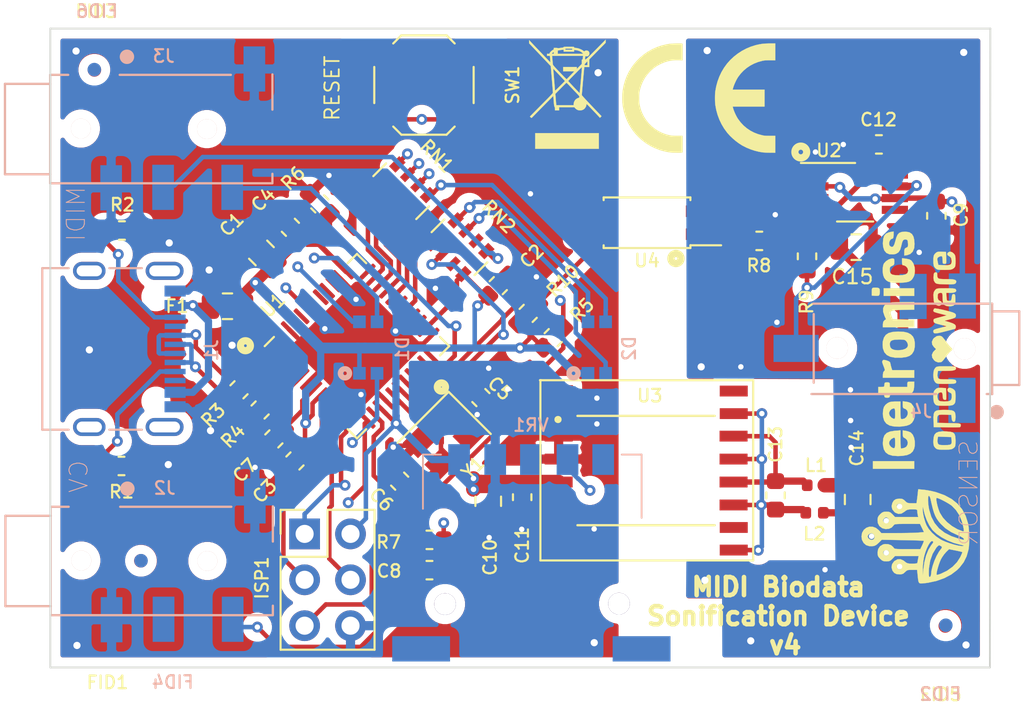
<source format=kicad_pcb>
(kicad_pcb (version 20171130) (host pcbnew "(5.1.4)-1")
  (layers (0 F.Cu signal) (1 In1.Cu signal) (2 In2.Cu signal) (31 B.Cu signal) (34 B.Paste user hide) (35 F.Paste user hide) (36 B.SilkS user) (37 F.SilkS user) (38 B.Mask user hide) (39 F.Mask user hide) (44 Edge.Cuts user hide))
  (net 0 "")
  (net 1 GND)
  (net 2 GNDA)
  (net 3 555)
  (net 4 +5V)
  (net 5 +5VA)
  (net 6 "Net-(U1-Pad1)")
  (net 7 "Net-(U1-Pad8)")
  (net 8 "Net-(U1-Pad20)")
  (net 9 TX0)
  (net 10 "Net-(U1-Pad22)")
  (net 11 "Net-(U1-Pad25)")
  (net 12 "Net-(U1-Pad26)")
  (net 13 "Net-(U1-Pad28)")
  (net 14 "Net-(U1-Pad36)")
  (net 15 "Net-(U1-Pad37)")
  (net 16 "Net-(U1-Pad38)")
  (net 17 "Net-(U1-Pad39)")
  (net 18 "Net-(U1-Pad40)")
  (net 19 "Net-(U1-Pad41)")
  (net 20 "Net-(U1-Pad42)")
  (net 21 "Net-(D1-Pad3)")
  (net 22 "Net-(D1-Pad2)")
  (net 23 "Net-(D2-Pad2)")
  (net 24 "Net-(D2-Pad3)")
  (net 25 ISO_OUT)
  (net 26 PC7)
  (net 27 PB6)
  (net 28 PC6)
  (net 29 PB5)
  (net 30 PD7)
  (net 31 PD0)
  (net 32 "Net-(F1-Pad2)")
  (net 33 "Net-(VR1-PadMP2)")
  (net 34 "Net-(VR1-PadMP1)")
  (net 35 "Net-(C5-Pad2)")
  (net 36 "Net-(C6-Pad1)")
  (net 37 "Net-(C7-Pad1)")
  (net 38 "Net-(C8-Pad1)")
  (net 39 "Net-(J1-PadB5)")
  (net 40 "Net-(J1-PadA6)")
  (net 41 "Net-(J1-PadA8)")
  (net 42 "Net-(J1-PadA5)")
  (net 43 "Net-(J1-PadB8)")
  (net 44 "Net-(J1-PadA7)")
  (net 45 "Net-(J1-PadS1)")
  (net 46 "Net-(J4-Pad2)")
  (net 47 "Net-(R6-Pad2)")
  (net 48 "Net-(U2-Pad5)")
  (net 49 "Net-(RN2-Pad6)")
  (net 50 "Net-(VR1-Pad3)")
  (net 51 "Net-(VR1-Pad5)")
  (net 52 RESET)
  (net 53 MOSI)
  (net 54 SCK)
  (net 55 MISO)
  (net 56 "Net-(D1-Pad4)")
  (net 57 "Net-(D2-Pad4)")
  (net 58 "Net-(J2-Pad3)")
  (net 59 "Net-(J3-Pad3)")
  (net 60 "Net-(J4-Pad3)")
  (net 61 "Net-(C9-Pad1)")
  (net 62 "Net-(C13-Pad2)")
  (net 63 "Net-(C13-Pad1)")
  (net 64 "Net-(R3-Pad1)")
  (net 65 "Net-(R4-Pad1)")
  (net 66 "Net-(R7-Pad2)")
  (net 67 "Net-(R8-Pad2)")
  (net 68 "Net-(RN2-Pad3)")
  (module ADUM5028-5BRIZ:SOIC127P1031X265-8N (layer F.Cu) (at 145.9738 112.5982)
    (fp_text reference U3 (at 0.2032 -4.1402) (layer F.SilkS) (effects (font (size 0.7 0.7) (thickness 0.12))))
    (fp_text value ADUM5028-5BRIZ-ADUM5028-5BRIZ-midi-biodata-esp32_rev4-iso-sensor-rescue hide)
    (pad 8 smd rect (at 4.84 -1.905) (size 1.55 0.6) (layers F.Cu F.Paste F.Mask) (net 63 "Net-(C13-Pad1)"))
    (pad 7 smd rect (at 4.84 -0.635) (size 1.55 0.6) (layers F.Cu F.Paste F.Mask) (net 62 "Net-(C13-Pad2)"))
    (pad 6 smd rect (at 4.84 0.635) (size 1.55 0.6) (layers F.Cu F.Paste F.Mask) (net 63 "Net-(C13-Pad1)"))
    (pad 5 smd rect (at 4.84 1.905) (size 1.55 0.6) (layers F.Cu F.Paste F.Mask) (net 62 "Net-(C13-Pad2)"))
    (pad 4 smd rect (at -4.84 1.905) (size 1.55 0.6) (layers F.Cu F.Paste F.Mask) (net 1 GND))
    (pad 3 smd rect (at -4.84 0.635) (size 1.55 0.6) (layers F.Cu F.Paste F.Mask) (net 4 +5V))
    (pad 2 smd rect (at -4.84 -0.635) (size 1.55 0.6) (layers F.Cu F.Paste F.Mask) (net 1 GND))
    (pad 1 smd rect (at -4.84 -1.905) (size 1.55 0.6) (layers F.Cu F.Paste F.Mask) (net 1 GND))
    (pad 1 smd rect (at -4.825 -3.175) (size 1.55 0.6) (layers F.Cu F.Paste F.Mask) (net 1 GND))
    (pad 0 smd rect (at -4.825 -4.425) (size 1.55 0.6) (layers F.Cu F.Paste F.Mask))
    (pad 5 smd rect (at 4.85 -3.15) (size 1.55 0.6) (layers F.Cu F.Paste F.Mask) (net 62 "Net-(C13-Pad2)"))
    (pad 0 smd rect (at 4.85 -4.4) (size 1.55 0.6) (layers F.Cu F.Paste F.Mask))
    (pad 0 smd rect (at 4.85 3.15) (size 1.55 0.6) (layers F.Cu F.Paste F.Mask))
    (pad 5 smd rect (at 4.85 4.4) (size 1.55 0.6) (layers F.Cu F.Paste F.Mask) (net 62 "Net-(C13-Pad2)"))
    (pad 1 smd rect (at -4.825 4.425) (size 1.55 0.6) (layers F.Cu F.Paste F.Mask) (net 1 GND))
    (pad 0 smd rect (at -4.825 3.175) (size 1.55 0.6) (layers F.Cu F.Paste F.Mask))
  )
  (module Capacitor_SMD:C_0805_2012Metric (layer F.Cu) (at 157.59962 100.23348)
    (fp_text reference C15 (at -0.21106 1.63576) (layer F.SilkS) (effects (font (size 0.8 0.8) (thickness 0.12))))
    (fp_text value 4.7uF)
    (pad 2 smd roundrect (at 0.9375 0) (size 0.975 1.4) (layers F.Cu F.Paste F.Mask) (net 2 GNDA))
    (pad 1 smd roundrect (at -0.9375 0) (size 0.975 1.4) (layers F.Cu F.Paste F.Mask) (net 5 +5VA))
  )
  (module SamacSys_Parts:RK14J12R0A0C (layer B.Cu) (at 139.6238 118.3386)
    (fp_text reference VR1 (at -0.0254 -8.255) (layer B.SilkS) (effects (font (size 0.7 0.7) (thickness 0.12)) (justify mirror)))
    (fp_text value RK14J12R0A0C hide)
    (pad MP2 smd rect (at 6.1 4.125 270) (size 1.4 3.2) (layers B.Cu B.Paste B.Mask) (net 33 "Net-(VR1-PadMP2)"))
    (pad MP1 smd rect (at -6.1 4.125 270) (size 1.4 3.2) (layers B.Cu B.Paste B.Mask) (net 34 "Net-(VR1-PadMP1)"))
    (pad 5 smd rect (at 3.975 -6.35) (size 1.2 1.7) (layers B.Cu B.Paste B.Mask) (net 51 "Net-(VR1-Pad5)"))
    (pad 4 smd rect (at 2 -6.35) (size 1.2 1.7) (layers B.Cu B.Paste B.Mask) (net 18 "Net-(U1-Pad40)"))
    (pad 3 smd rect (at -0.025 -6.35) (size 1.2 1.7) (layers B.Cu B.Paste B.Mask) (net 50 "Net-(VR1-Pad3)"))
    (pad 2 smd rect (at -2 -6.35) (size 1.2 1.7) (layers B.Cu B.Paste B.Mask) (net 1 GND))
    (pad 1 smd rect (at -4 -6.35) (size 1.2 1.7) (layers B.Cu B.Paste B.Mask) (net 4 +5V))
    (pad 6 thru_hole circle (at 4.85 1.625) (size 1.2 1.2) (drill 1.2) (layers *.Cu *.Mask))
    (pad 6 thru_hole circle (at -4.775 1.65) (size 1.2 1.2) (drill 1.2) (layers *.Cu *.Mask))
  )
  (module Symbol:WEEE-Logo_4.2x6mm_SilkScreen (layer F.Cu) (at 141.61008 91.77528)
    (fp_text reference REF** hide)
    (fp_text value WEEE-Logo_4.2x6mm_SilkScreen hide)
  )
  (module Symbol:CE-Logo_8.5x6mm_SilkScreen (layer F.Cu) (at 148.88972 91.97848)
    (fp_text reference REF** hide)
    (fp_text value CE-Logo_8.5x6mm_SilkScreen hide)
  )
  (module leetronics_logo:drawing (layer F.Cu) (at 163.60648 111.48568 90)
    (fp_text reference Ref** hide)
    (fp_text value Val** hide)
  )
  (module Connector_PinHeader_2.54mm:PinHeader_2x03_P2.54mm_Vertical (layer F.Cu) (at 127.0762 116.1034)
    (fp_text reference ISP1 (at -2.3622 2.4384 90) (layer F.SilkS) (effects (font (size 0.7 0.7) (thickness 0.12))))
    (fp_text value AVR-ISP-6)
    (pad 6 thru_hole oval (at 2.54 5.08) (size 1.7 1.7) (drill 1) (layers *.Cu *.Mask) (net 1 GND))
    (pad 5 thru_hole oval (at 0 5.08) (size 1.7 1.7) (drill 1) (layers *.Cu *.Mask) (net 52 RESET))
    (pad 4 thru_hole oval (at 2.54 2.54) (size 1.7 1.7) (drill 1) (layers *.Cu *.Mask) (net 53 MOSI))
    (pad 3 thru_hole oval (at 0 2.54) (size 1.7 1.7) (drill 1) (layers *.Cu *.Mask) (net 54 SCK))
    (pad 2 thru_hole oval (at 2.54 0) (size 1.7 1.7) (drill 1) (layers *.Cu *.Mask) (net 4 +5V))
    (pad 1 thru_hole rect (at 0 0) (size 1.7 1.7) (drill 1) (layers *.Cu *.Mask) (net 55 MISO))
  )
  (module Capacitor_SMD:C_0805_2012Metric (layer F.Cu) (at 157.6832 114.2007 270)
    (fp_text reference C14 (at -2.8448 0.0508 90) (layer F.SilkS) (effects (font (size 0.7 0.7) (thickness 0.12))))
    (fp_text value 4.7uF)
    (pad 2 smd roundrect (at 0.9375 0 270) (size 0.975 1.4) (layers F.Cu F.Paste F.Mask) (net 2 GNDA))
    (pad 1 smd roundrect (at -0.9375 0 270) (size 0.975 1.4) (layers F.Cu F.Paste F.Mask) (net 5 +5VA))
  )
  (module Capacitor_SMD:C_0603_1608Metric (layer F.Cu) (at 162.03676 98.5012 270)
    (fp_text reference C9 (at -0.0509 -1.3716 90) (layer F.SilkS) (effects (font (size 0.7 0.7) (thickness 0.12))))
    (fp_text value 4200pF)
    (pad 2 smd roundrect (at 0.7875 0 270) (size 0.875 0.95) (layers F.Cu F.Paste F.Mask) (net 2 GNDA))
    (pad 1 smd roundrect (at -0.7875 0 270) (size 0.875 0.95) (layers F.Cu F.Paste F.Mask) (net 61 "Net-(C9-Pad1)"))
  )
  (module Resistor_SMD:R_0402_1005Metric (layer F.Cu) (at 155.3742 113.411 180)
    (fp_text reference L1 (at -0.00268 1.10236) (layer F.SilkS) (effects (font (size 0.7 0.7) (thickness 0.12))))
    (fp_text value L)
    (pad 2 smd roundrect (at 0.485 0 180) (size 0.59 0.64) (layers F.Cu F.Paste F.Mask) (net 63 "Net-(C13-Pad1)"))
    (pad 1 smd roundrect (at -0.485 0 180) (size 0.59 0.64) (layers F.Cu F.Paste F.Mask) (net 5 +5VA))
  )
  (module Resistor_SMD:R_0603_1608Metric (layer F.Cu) (at 116.9669 99.314 180)
    (fp_text reference R2 (at -0.0254 1.4224) (layer F.SilkS) (effects (font (size 0.7 0.7) (thickness 0.12))))
    (fp_text value 5,1K)
    (pad 2 smd roundrect (at 0.7875 0 180) (size 0.875 0.95) (layers F.Cu F.Paste F.Mask) (net 39 "Net-(J1-PadB5)"))
    (pad 1 smd roundrect (at -0.7875 0 180) (size 0.875 0.95) (layers F.Cu F.Paste F.Mask) (net 1 GND))
  )
  (module Resistor_SMD:R_0603_1608Metric (layer F.Cu) (at 116.9415 112.3442 180)
    (fp_text reference R1 (at 0 -1.43) (layer F.SilkS) (effects (font (size 0.7 0.7) (thickness 0.12))))
    (fp_text value 5,1K)
    (pad 2 smd roundrect (at 0.7875 0 180) (size 0.875 0.95) (layers F.Cu F.Paste F.Mask) (net 42 "Net-(J1-PadA5)"))
    (pad 1 smd roundrect (at -0.7875 0 180) (size 0.875 0.95) (layers F.Cu F.Paste F.Mask) (net 1 GND))
  )
  (module Capacitor_SMD:C_0603_1608Metric (layer F.Cu) (at 125.3744 110.8456 225)
    (fp_text reference C7 (at 2.370788 -0.107763 45) (layer F.SilkS) (effects (font (size 0.7 0.7) (thickness 0.12))))
    (fp_text value 1uF)
    (pad 2 smd roundrect (at 0.7875 0 225) (size 0.875 0.95) (layers F.Cu F.Paste F.Mask) (net 1 GND))
    (pad 1 smd roundrect (at -0.7875 0 225) (size 0.875 0.95) (layers F.Cu F.Paste F.Mask) (net 37 "Net-(C7-Pad1)"))
  )
  (module Fiducial:Fiducial_0.75mm_Mask1.5mm (layer B.Cu) (at 115.43792 90.40876)
    (fp_text reference FID6 (at 0.14732 -3.23088) (layer B.SilkS) (effects (font (size 0.7 0.7) (thickness 0.12)) (justify mirror)))
    (fp_text value Fiducial)
    (pad "" smd circle (at 0 0) (size 0.75 0.75) (layers B.Cu B.Mask) (clearance 0.375))
  )
  (module Fiducial:Fiducial_0.75mm_Mask1.5mm (layer F.Cu) (at 162.52952 121.19864)
    (fp_text reference FID5 (at -0.24892 3.78968) (layer F.SilkS) (effects (font (size 0.7 0.7) (thickness 0.12))))
    (fp_text value Fiducial)
    (pad "" smd circle (at 0 0) (size 0.75 0.75) (layers F.Cu F.Mask) (clearance 0.375))
  )
  (module Fiducial:Fiducial_0.75mm_Mask1.5mm (layer B.Cu) (at 118.02364 117.58676)
    (fp_text reference FID4 (at 1.7526 6.72084) (layer B.SilkS) (effects (font (size 0.7 0.7) (thickness 0.12)) (justify mirror)))
    (fp_text value Fiducial)
    (pad "" smd circle (at 0 0) (size 0.75 0.75) (layers B.Cu B.Mask) (clearance 0.375))
  )
  (module Fiducial:Fiducial_0.75mm_Mask1.5mm (layer F.Cu) (at 115.443 90.42908)
    (fp_text reference FID3 (at 0.11176 -3.24612) (layer F.SilkS) (effects (font (size 0.7 0.7) (thickness 0.12))))
    (fp_text value Fiducial)
    (pad "" smd circle (at 0 0) (size 0.75 0.75) (layers F.Cu F.Mask) (clearance 0.375))
  )
  (module Fiducial:Fiducial_0.75mm_Mask1.5mm (layer B.Cu) (at 162.56 121.158)
    (fp_text reference FID2 (at -0.29972 3.81) (layer B.SilkS) (effects (font (size 0.7 0.7) (thickness 0.12)) (justify mirror)))
    (fp_text value Fiducial)
    (pad "" smd circle (at 0 0) (size 0.75 0.75) (layers B.Cu B.Mask) (clearance 0.375))
  )
  (module Fiducial:Fiducial_0.75mm_Mask1.5mm (layer F.Cu) (at 118.01348 117.59184)
    (fp_text reference FID1 (at -1.84404 6.731) (layer F.SilkS) (effects (font (size 0.7 0.7) (thickness 0.12))))
    (fp_text value Fiducial)
    (pad "" smd circle (at 0 0) (size 0.75 0.75) (layers F.Cu F.Mask) (clearance 0.375))
  )
  (module libs:PJ-226-4A (layer B.Cu) (at 159.1244 105.8632 180)
    (fp_text reference J4 (at -2.064 -3.4584 180) (layer B.SilkS) (effects (font (size 0.7 0.7) (thickness 0.12)) (justify mirror)))
    (fp_text value SENSOR (at -4.7056 -7.9716 90) (layer B.SilkS) (effects (font (size 1.00026 1.00026) (thickness 0.05)) (justify mirror)))
    (pad "" np_thru_hole circle (at 2.575 0.05 180) (size 1.2 1.2) (drill 1.2) (layers *.Cu *.Mask B.SilkS))
    (pad "" np_thru_hole circle (at -4.475 0 180) (size 1.2 1.2) (drill 1.2) (layers *.Cu *.Mask B.SilkS))
    (pad 2 smd rect (at 4.85 0.025 180) (size 2.5 1.5) (layers B.Cu B.Paste B.Mask) (net 46 "Net-(J4-Pad2)"))
    (pad 4 smd rect (at -4.325 -2.85 90) (size 2.5 1.5) (layers B.Cu B.Paste B.Mask))
    (pad 1 smd rect (at -4.35 2.925 90) (size 2.5 1.5) (layers B.Cu B.Paste B.Mask) (net 61 "Net-(C9-Pad1)"))
    (pad 3 smd rect (at -1.625 2.9 90) (size 2.5 1.5) (layers B.Cu B.Paste B.Mask) (net 60 "Net-(J4-Pad3)"))
  )
  (module Crystal:Crystal_SMD_3225-4Pin_3.2x2.5mm (layer F.Cu) (at 134.7978 110.8202 225)
    (fp_text reference Y1 (at 0.017961 -2.280985 45) (layer F.SilkS) (effects (font (size 0.7 0.7) (thickness 0.12))))
    (fp_text value Crystal)
    (pad 1 smd rect (at -1.1 0.85 225) (size 1.4 1.2) (layers F.Cu F.Paste F.Mask) (net 35 "Net-(C5-Pad2)"))
    (pad 2 smd rect (at 1.1 0.85 225) (size 1.4 1.2) (layers F.Cu F.Paste F.Mask) (net 1 GND))
    (pad 3 smd rect (at 1.1 -0.85 225) (size 1.4 1.2) (layers F.Cu F.Paste F.Mask) (net 36 "Net-(C6-Pad1)"))
    (pad 4 smd rect (at -1.1 -0.85 225) (size 1.4 1.2) (layers F.Cu F.Paste F.Mask) (net 1 GND))
  )
  (module Connector_USB:USB_C_Receptacle_Palconn_UTC16-G (layer B.Cu) (at 117.3988 105.8672 90)
    (fp_text reference J1 (at -0.0762 4.5212 90) (layer B.SilkS) (effects (font (size 0.7 0.7) (thickness 0.12)) (justify mirror)))
    (fp_text value USB_C_Receptacle_USB2.0)
    (pad S1 thru_hole oval (at -4.32 1.93) (size 2.1 1) (drill oval 1.7 0.6) (layers *.Cu *.Mask) (net 45 "Net-(J1-PadS1)"))
    (pad S1 thru_hole oval (at 4.32 1.93) (size 2.1 1) (drill oval 1.7 0.6) (layers *.Cu *.Mask) (net 45 "Net-(J1-PadS1)"))
    (pad S1 thru_hole oval (at -4.32 -2.24) (size 1.8 1) (drill oval 1.4 0.6) (layers *.Cu *.Mask) (net 45 "Net-(J1-PadS1)"))
    (pad S1 thru_hole oval (at 4.32 -2.24) (size 1.8 1) (drill oval 1.4 0.6) (layers *.Cu *.Mask) (net 45 "Net-(J1-PadS1)"))
    (pad B7 smd rect (at -0.75 2.51 270) (size 0.3 1.16) (layers B.Cu B.Paste B.Mask) (net 44 "Net-(J1-PadA7)"))
    (pad A6 smd rect (at -0.25 2.51 270) (size 0.3 1.16) (layers B.Cu B.Paste B.Mask) (net 40 "Net-(J1-PadA6)"))
    (pad A7 smd rect (at 0.25 2.51 270) (size 0.3 1.16) (layers B.Cu B.Paste B.Mask) (net 44 "Net-(J1-PadA7)"))
    (pad B8 smd rect (at -1.75 2.51 270) (size 0.3 1.16) (layers B.Cu B.Paste B.Mask) (net 43 "Net-(J1-PadB8)"))
    (pad A5 smd rect (at -1.25 2.51 270) (size 0.3 1.16) (layers B.Cu B.Paste B.Mask) (net 42 "Net-(J1-PadA5)"))
    (pad A8 smd rect (at 1.25 2.51 270) (size 0.3 1.16) (layers B.Cu B.Paste B.Mask) (net 41 "Net-(J1-PadA8)"))
    (pad B6 smd rect (at 0.75 2.51 270) (size 0.3 1.16) (layers B.Cu B.Paste B.Mask) (net 40 "Net-(J1-PadA6)"))
    (pad B5 smd rect (at 1.75 2.51 270) (size 0.3 1.16) (layers B.Cu B.Paste B.Mask) (net 39 "Net-(J1-PadB5)"))
    (pad "" np_thru_hole circle (at 2.89 1.45 270) (size 0.6 0.6) (drill 0.6) (layers *.Cu *.Mask))
    (pad "" np_thru_hole circle (at -2.89 1.45 270) (size 0.6 0.6) (drill 0.6) (layers *.Cu *.Mask))
    (pad A4 smd rect (at -2.4 2.51 90) (size 0.6 1.16) (layers B.Cu B.Paste B.Mask) (net 32 "Net-(F1-Pad2)"))
    (pad B9 smd rect (at -2.4 2.51 90) (size 0.6 1.16) (layers B.Cu B.Paste B.Mask) (net 32 "Net-(F1-Pad2)"))
    (pad A1 smd rect (at -3.2 2.51 90) (size 0.6 1.16) (layers B.Cu B.Paste B.Mask) (net 1 GND))
    (pad B12 smd rect (at -3.2 2.51 90) (size 0.6 1.16) (layers B.Cu B.Paste B.Mask) (net 1 GND))
    (pad B4 smd rect (at 2.4 2.51 90) (size 0.6 1.16) (layers B.Cu B.Paste B.Mask) (net 32 "Net-(F1-Pad2)"))
    (pad B1 smd rect (at 3.2 2.51 90) (size 0.6 1.16) (layers B.Cu B.Paste B.Mask) (net 1 GND))
    (pad A9 smd rect (at 2.4 2.51 90) (size 0.6 1.16) (layers B.Cu B.Paste B.Mask) (net 32 "Net-(F1-Pad2)"))
    (pad A12 smd rect (at 3.2 2.51 90) (size 0.6 1.16) (layers B.Cu B.Paste B.Mask) (net 1 GND))
  )
  (module Resistor_SMD:R_0603_1608Metric (layer F.Cu) (at 124.6124 109.2454 225)
    (fp_text reference R4 (at 2.083419 0.035921 45) (layer F.SilkS) (effects (font (size 0.7 0.7) (thickness 0.12))))
    (fp_text value 27R)
    (pad 1 smd roundrect (at -0.7875 0 225) (size 0.875 0.95) (layers F.Cu F.Paste F.Mask) (net 65 "Net-(R4-Pad1)"))
    (pad 2 smd roundrect (at 0.7875 0 225) (size 0.875 0.95) (layers F.Cu F.Paste F.Mask) (net 40 "Net-(J1-PadA6)"))
  )
  (module Resistor_SMD:R_0603_1608Metric (layer F.Cu) (at 127.9144 97.8408 315)
    (fp_text reference R6 (at -2.047498 0.035921 225) (layer F.SilkS) (effects (font (size 0.7 0.7) (thickness 0.12))))
    (fp_text value 0R)
    (pad 2 smd roundrect (at 0.7875 0 315) (size 0.875 0.95) (layers F.Cu F.Paste F.Mask) (net 47 "Net-(R6-Pad2)"))
    (pad 1 smd roundrect (at -0.7875 0 315) (size 0.875 0.95) (layers F.Cu F.Paste F.Mask) (net 1 GND))
  )
  (module Fuse:Fuse_0805_2012Metric (layer F.Cu) (at 122.8067 103.505 180)
    (fp_text reference F1 (at 2.7917 0) (layer F.SilkS) (effects (font (size 0.7 0.7) (thickness 0.12))))
    (fp_text value Fuse)
    (pad 2 smd roundrect (at 0.9375 0 180) (size 0.975 1.4) (layers F.Cu F.Paste F.Mask) (net 32 "Net-(F1-Pad2)"))
    (pad 1 smd roundrect (at -0.9375 0 180) (size 0.975 1.4) (layers F.Cu F.Paste F.Mask) (net 4 +5V))
  )
  (module Capacitor_SMD:C_0805_2012Metric (layer F.Cu) (at 124.686087 100.556087 135)
    (fp_text reference C1 (at 2.277431 -0.053882 225) (layer F.SilkS) (effects (font (size 0.7 0.7) (thickness 0.12))))
    (fp_text value 4.7uF)
    (pad 2 smd roundrect (at 0.9375 0 135) (size 0.975 1.4) (layers F.Cu F.Paste F.Mask) (net 1 GND))
    (pad 1 smd roundrect (at -0.9375 0 135) (size 0.975 1.4) (layers F.Cu F.Paste F.Mask) (net 4 +5V))
  )
  (module Resistor_SMD:R_Array_Convex_4x0603 (layer F.Cu) (at 135.644932 100.240124 45)
    (fp_text reference RN2 (at 2.731972 0.344604 135) (layer F.SilkS) (effects (font (size 0.7 0.7) (thickness 0.12))))
    (fp_text value R_Pack04)
    (pad 1 smd rect (at -0.9 -1.2 45) (size 0.8 0.5) (layers F.Cu F.Paste F.Mask) (net 30 PD7))
    (pad 3 smd rect (at -0.9 0.4 45) (size 0.8 0.4) (layers F.Cu F.Paste F.Mask) (net 68 "Net-(RN2-Pad3)"))
    (pad 2 smd rect (at -0.9 -0.4 45) (size 0.8 0.4) (layers F.Cu F.Paste F.Mask) (net 31 PD0))
    (pad 4 smd rect (at -0.9 1.2 45) (size 0.8 0.5) (layers F.Cu F.Paste F.Mask) (net 4 +5V))
    (pad 7 smd rect (at 0.9 -0.4 45) (size 0.8 0.4) (layers F.Cu F.Paste F.Mask) (net 57 "Net-(D2-Pad4)"))
    (pad 8 smd rect (at 0.9 -1.2 45) (size 0.8 0.5) (layers F.Cu F.Paste F.Mask) (net 23 "Net-(D2-Pad2)"))
    (pad 6 smd rect (at 0.9 0.4 45) (size 0.8 0.4) (layers F.Cu F.Paste F.Mask) (net 49 "Net-(RN2-Pad6)"))
    (pad 5 smd rect (at 0.9 1.2 45) (size 0.8 0.5) (layers F.Cu F.Paste F.Mask) (net 59 "Net-(J3-Pad3)"))
  )
  (module Resistor_SMD:R_0603_1608Metric (layer F.Cu) (at 133.9849 116.4336)
    (fp_text reference R7 (at -2.2605 0.127) (layer F.SilkS) (effects (font (size 0.7 0.7) (thickness 0.12))))
    (fp_text value 5,1K)
    (pad 2 smd roundrect (at 0.7875 0) (size 0.875 0.95) (layers F.Cu F.Paste F.Mask) (net 66 "Net-(R7-Pad2)"))
    (pad 1 smd roundrect (at -0.7875 0) (size 0.875 0.95) (layers F.Cu F.Paste F.Mask) (net 38 "Net-(C8-Pad1)"))
  )
  (module Capacitor_SMD:C_0603_1608Metric (layer F.Cu) (at 133.9849 118.11)
    (fp_text reference C8 (at -2.2351 0.0508) (layer F.SilkS) (effects (font (size 0.7 0.7) (thickness 0.12))))
    (fp_text value 1uF)
    (pad 2 smd roundrect (at 0.7875 0) (size 0.875 0.95) (layers F.Cu F.Paste F.Mask) (net 1 GND))
    (pad 1 smd roundrect (at -0.7875 0) (size 0.875 0.95) (layers F.Cu F.Paste F.Mask) (net 38 "Net-(C8-Pad1)"))
  )
  (module Capacitor_SMD:C_0603_1608Metric (layer F.Cu) (at 126.2888 99.1362 135)
    (fp_text reference C4 (at 2.137301 0.017961 225) (layer F.SilkS) (effects (font (size 0.7 0.7) (thickness 0.12))))
    (fp_text value 0.1uF)
    (pad 2 smd roundrect (at 0.7875 0 135) (size 0.875 0.95) (layers F.Cu F.Paste F.Mask) (net 1 GND))
    (pad 1 smd roundrect (at -0.7875 0 135) (size 0.875 0.95) (layers F.Cu F.Paste F.Mask) (net 4 +5V))
  )
  (module Capacitor_SMD:C_0603_1608Metric (layer F.Cu) (at 126.540847 112.066753 225)
    (fp_text reference C3 (at 2.368026 0 225) (layer F.SilkS) (effects (font (size 0.7 0.7) (thickness 0.12))))
    (fp_text value 0.1uF)
    (pad 2 smd roundrect (at 0.7875 0 225) (size 0.875 0.95) (layers F.Cu F.Paste F.Mask) (net 1 GND))
    (pad 1 smd roundrect (at -0.7875 0 225) (size 0.875 0.95) (layers F.Cu F.Paste F.Mask) (net 4 +5V))
  )
  (module Capacitor_SMD:C_0603_1608Metric (layer F.Cu) (at 137.793047 102.363953 45)
    (fp_text reference C2 (at 2.463352 0.161645 45) (layer F.SilkS) (effects (font (size 0.7 0.7) (thickness 0.12))))
    (fp_text value 0.1uF)
    (pad 2 smd roundrect (at 0.7875 0 45) (size 0.875 0.95) (layers F.Cu F.Paste F.Mask) (net 1 GND))
    (pad 1 smd roundrect (at -0.7875 0 45) (size 0.875 0.95) (layers F.Cu F.Paste F.Mask) (net 4 +5V))
  )
  (module libs:LED_RGB_EASR3212RGBA0 (layer B.Cu) (at 143.3576 105.8164 90)
    (fp_text reference D2 (at -0.0254 1.6764 90) (layer B.SilkS) (effects (font (size 0.7 0.7) (thickness 0.12)) (justify mirror)))
    (fp_text value LED_RGBA)
    (pad 3 smd rect (at 1.45 0.375 270) (size 0.7 0.7) (layers B.Cu B.Paste B.Mask) (net 24 "Net-(D2-Pad3)"))
    (pad 4 smd rect (at -1.4 0.375 270) (size 0.7 0.7) (layers B.Cu B.Paste B.Mask) (net 57 "Net-(D2-Pad4)"))
    (pad 2 smd rect (at 1.45 -0.6 270) (size 0.7 0.7) (layers B.Cu B.Paste B.Mask) (net 23 "Net-(D2-Pad2)"))
    (pad 1 smd rect (at -1.4 -0.6 270) (size 0.7 0.7) (layers B.Cu B.Paste B.Mask) (net 4 +5V))
  )
  (module libs:LED_RGB_EASR3212RGBA0 (layer B.Cu) (at 130.7084 105.8164 90)
    (fp_text reference D1 (at -0.0508 1.778 90) (layer B.SilkS) (effects (font (size 0.7 0.7) (thickness 0.12)) (justify mirror)))
    (fp_text value LED_RGBA)
    (pad 3 smd rect (at 1.45 0.375 270) (size 0.7 0.7) (layers B.Cu B.Paste B.Mask) (net 21 "Net-(D1-Pad3)"))
    (pad 4 smd rect (at -1.4 0.375 270) (size 0.7 0.7) (layers B.Cu B.Paste B.Mask) (net 56 "Net-(D1-Pad4)"))
    (pad 2 smd rect (at 1.45 -0.6 270) (size 0.7 0.7) (layers B.Cu B.Paste B.Mask) (net 22 "Net-(D1-Pad2)"))
    (pad 1 smd rect (at -1.4 -0.6 270) (size 0.7 0.7) (layers B.Cu B.Paste B.Mask) (net 4 +5V))
  )
  (module Capacitor_SMD:C_0603_1608Metric (layer F.Cu) (at 139.1158 114.0715 90)
    (fp_text reference C11 (at -2.6669 0 90) (layer F.SilkS) (effects (font (size 0.7 0.7) (thickness 0.12))))
    (fp_text value 0.1uF)
    (pad 2 smd roundrect (at 0.7875 0 90) (size 0.875 0.95) (layers F.Cu F.Paste F.Mask) (net 4 +5V))
    (pad 1 smd roundrect (at -0.7875 0 90) (size 0.875 0.95) (layers F.Cu F.Paste F.Mask) (net 1 GND))
  )
  (module Capacitor_SMD:C_0603_1608Metric (layer F.Cu) (at 153.1366 113.9698 270)
    (fp_text reference C13 (at -2.8194 0 90) (layer F.SilkS) (effects (font (size 0.7 0.7) (thickness 0.12))))
    (fp_text value 0.1uF)
    (pad 2 smd roundrect (at 0.7875 0 270) (size 0.875 0.95) (layers F.Cu F.Paste F.Mask) (net 62 "Net-(C13-Pad2)"))
    (pad 1 smd roundrect (at -0.7875 0 270) (size 0.875 0.95) (layers F.Cu F.Paste F.Mask) (net 63 "Net-(C13-Pad1)"))
  )
  (module Capacitor_SMD:C_0603_1608Metric (layer F.Cu) (at 158.85658 94.54896 180)
    (fp_text reference C12 (at 0.02022 1.36652) (layer F.SilkS) (effects (font (size 0.7 0.7) (thickness 0.12))))
    (fp_text value 0.1uF)
    (pad 1 smd roundrect (at -0.7875 0 180) (size 0.875 0.95) (layers F.Cu F.Paste F.Mask) (net 5 +5VA))
    (pad 2 smd roundrect (at 0.7875 0 180) (size 0.875 0.95) (layers F.Cu F.Paste F.Mask) (net 2 GNDA))
  )
  (module Capacitor_SMD:C_0603_1608Metric (layer F.Cu) (at 136.8298 108.5596 135)
    (fp_text reference C5 (at -0.377171 1.095591 135) (layer F.SilkS) (effects (font (size 0.7 0.7) (thickness 0.12))))
    (fp_text value 22pF)
    (pad 1 smd roundrect (at -0.7875 0 135) (size 0.875 0.95) (layers F.Cu F.Paste F.Mask) (net 1 GND))
    (pad 2 smd roundrect (at 0.7875 0 135) (size 0.875 0.95) (layers F.Cu F.Paste F.Mask) (net 35 "Net-(C5-Pad2)"))
  )
  (module Capacitor_SMD:C_0603_1608Metric (layer F.Cu) (at 132.335953 113.184353 135)
    (fp_text reference C6 (at 0 -1.43 135) (layer F.SilkS) (effects (font (size 0.7 0.7) (thickness 0.12))))
    (fp_text value 22pF)
    (pad 2 smd roundrect (at 0.7875 0 135) (size 0.875 0.95) (layers F.Cu F.Paste F.Mask) (net 1 GND))
    (pad 1 smd roundrect (at -0.7875 0 135) (size 0.875 0.95) (layers F.Cu F.Paste F.Mask) (net 36 "Net-(C6-Pad1)"))
  )
  (module Resistor_SMD:R_0603_1608Metric (layer F.Cu) (at 152.23734 99.88804 180)
    (fp_text reference R8 (at 0.02022 -1.36652) (layer F.SilkS) (effects (font (size 0.7 0.7) (thickness 0.12))))
    (fp_text value 1K)
    (pad 1 smd roundrect (at -0.7875 0 180) (size 0.875 0.95) (layers F.Cu F.Paste F.Mask) (net 5 +5VA))
    (pad 2 smd roundrect (at 0.7875 0 180) (size 0.875 0.95) (layers F.Cu F.Paste F.Mask) (net 67 "Net-(R8-Pad2)"))
  )
  (module Resistor_SMD:R_0603_1608Metric (layer F.Cu) (at 154.87904 100.74148 270)
    (fp_text reference R9 (at 2.52476 0.0254 90) (layer F.SilkS) (effects (font (size 0.7 0.7) (thickness 0.12))))
    (fp_text value 100K)
    (pad 1 smd roundrect (at -0.7875 0 270) (size 0.875 0.95) (layers F.Cu F.Paste F.Mask) (net 5 +5VA))
    (pad 2 smd roundrect (at 0.7875 0 270) (size 0.875 0.95) (layers F.Cu F.Paste F.Mask) (net 46 "Net-(J4-Pad2)"))
  )
  (module Resistor_SMD:R_0603_1608Metric (layer F.Cu) (at 123.444 108.1278 225)
    (fp_text reference R3 (at 2.011577 0 225) (layer F.SilkS) (effects (font (size 0.7 0.7) (thickness 0.12))))
    (fp_text value 27R)
    (pad 2 smd roundrect (at 0.7875 0 225) (size 0.875 0.95) (layers F.Cu F.Paste F.Mask) (net 44 "Net-(J1-PadA7)"))
    (pad 1 smd roundrect (at -0.7875 0 225) (size 0.875 0.95) (layers F.Cu F.Paste F.Mask) (net 64 "Net-(R3-Pad1)"))
  )
  (module Resistor_SMD:R_0603_1608Metric (layer F.Cu) (at 140.83284 105.24236 225)
    (fp_text reference R5 (at -2.2099 -0.0508 45) (layer F.SilkS) (effects (font (size 0.7 0.7) (thickness 0.12))))
    (fp_text value 10K)
    (pad 2 smd roundrect (at 0.7875 0 225) (size 0.875 0.95) (layers F.Cu F.Paste F.Mask) (net 4 +5V))
    (pad 1 smd roundrect (at -0.7875 0 225) (size 0.875 0.95) (layers F.Cu F.Paste F.Mask) (net 52 RESET))
  )
  (module Package_DFN_QFN:QFN-44-1EP_7x7mm_P0.5mm_EP5.2x5.2mm (layer F.Cu) (at 129.9718 105.7148 45)
    (fp_text reference U1 (at -1.688288 -4.885259 45) (layer F.SilkS) (effects (font (size 0.7 0.7) (thickness 0.12))))
    (fp_text value ATmega32U4-MU)
    (pad 44 smd roundrect (at -2.5 -3.3375 45) (size 0.25 1.075) (layers F.Cu F.Paste F.Mask) (net 4 +5V))
    (pad 43 smd roundrect (at -2 -3.3375 45) (size 0.25 1.075) (layers F.Cu F.Paste F.Mask) (net 1 GND))
    (pad 42 smd roundrect (at -1.5 -3.3375 45) (size 0.25 1.075) (layers F.Cu F.Paste F.Mask) (net 20 "Net-(U1-Pad42)"))
    (pad 41 smd roundrect (at -1 -3.3375 45) (size 0.25 1.075) (layers F.Cu F.Paste F.Mask) (net 19 "Net-(U1-Pad41)"))
    (pad 40 smd roundrect (at -0.5 -3.3375 45) (size 0.25 1.075) (layers F.Cu F.Paste F.Mask) (net 18 "Net-(U1-Pad40)"))
    (pad 39 smd roundrect (at 0 -3.3375 45) (size 0.25 1.075) (layers F.Cu F.Paste F.Mask) (net 17 "Net-(U1-Pad39)"))
    (pad 38 smd roundrect (at 0.5 -3.3375 45) (size 0.25 1.075) (layers F.Cu F.Paste F.Mask) (net 16 "Net-(U1-Pad38)"))
    (pad 37 smd roundrect (at 1 -3.3375 45) (size 0.25 1.075) (layers F.Cu F.Paste F.Mask) (net 15 "Net-(U1-Pad37)"))
    (pad 36 smd roundrect (at 1.5 -3.3375 45) (size 0.25 1.075) (layers F.Cu F.Paste F.Mask) (net 14 "Net-(U1-Pad36)"))
    (pad 35 smd roundrect (at 2 -3.3375 45) (size 0.25 1.075) (layers F.Cu F.Paste F.Mask) (net 1 GND))
    (pad 34 smd roundrect (at 2.5 -3.3375 45) (size 0.25 1.075) (layers F.Cu F.Paste F.Mask) (net 4 +5V))
    (pad 33 smd roundrect (at 3.3375 -2.5 45) (size 1.075 0.25) (layers F.Cu F.Paste F.Mask) (net 47 "Net-(R6-Pad2)"))
    (pad 32 smd roundrect (at 3.3375 -2 45) (size 1.075 0.25) (layers F.Cu F.Paste F.Mask) (net 26 PC7))
    (pad 31 smd roundrect (at 3.3375 -1.5 45) (size 1.075 0.25) (layers F.Cu F.Paste F.Mask) (net 28 PC6))
    (pad 30 smd roundrect (at 3.3375 -1 45) (size 1.075 0.25) (layers F.Cu F.Paste F.Mask) (net 27 PB6))
    (pad 29 smd roundrect (at 3.3375 -0.5 45) (size 1.075 0.25) (layers F.Cu F.Paste F.Mask) (net 29 PB5))
    (pad 28 smd roundrect (at 3.3375 0 45) (size 1.075 0.25) (layers F.Cu F.Paste F.Mask) (net 13 "Net-(U1-Pad28)"))
    (pad 27 smd roundrect (at 3.3375 0.5 45) (size 1.075 0.25) (layers F.Cu F.Paste F.Mask) (net 30 PD7))
    (pad 26 smd roundrect (at 3.3375 1 45) (size 1.075 0.25) (layers F.Cu F.Paste F.Mask) (net 12 "Net-(U1-Pad26)"))
    (pad 25 smd roundrect (at 3.3375 1.5 45) (size 1.075 0.25) (layers F.Cu F.Paste F.Mask) (net 11 "Net-(U1-Pad25)"))
    (pad 24 smd roundrect (at 3.3375 2 45) (size 1.075 0.25) (layers F.Cu F.Paste F.Mask) (net 4 +5V))
    (pad 23 smd roundrect (at 3.3375 2.5 45) (size 1.075 0.25) (layers F.Cu F.Paste F.Mask) (net 1 GND))
    (pad 22 smd roundrect (at 2.5 3.3375 45) (size 0.25 1.075) (layers F.Cu F.Paste F.Mask) (net 10 "Net-(U1-Pad22)"))
    (pad 21 smd roundrect (at 2 3.3375 45) (size 0.25 1.075) (layers F.Cu F.Paste F.Mask) (net 9 TX0))
    (pad 20 smd roundrect (at 1.5 3.3375 45) (size 0.25 1.075) (layers F.Cu F.Paste F.Mask) (net 8 "Net-(U1-Pad20)"))
    (pad 19 smd roundrect (at 1 3.3375 45) (size 0.25 1.075) (layers F.Cu F.Paste F.Mask) (net 25 ISO_OUT))
    (pad 18 smd roundrect (at 0.5 3.3375 45) (size 0.25 1.075) (layers F.Cu F.Paste F.Mask) (net 31 PD0))
    (pad 17 smd roundrect (at 0 3.3375 45) (size 0.25 1.075) (layers F.Cu F.Paste F.Mask) (net 35 "Net-(C5-Pad2)"))
    (pad 16 smd roundrect (at -0.5 3.3375 45) (size 0.25 1.075) (layers F.Cu F.Paste F.Mask) (net 36 "Net-(C6-Pad1)"))
    (pad 15 smd roundrect (at -1 3.3375 45) (size 0.25 1.075) (layers F.Cu F.Paste F.Mask) (net 1 GND))
    (pad 14 smd roundrect (at -1.5 3.3375 45) (size 0.25 1.075) (layers F.Cu F.Paste F.Mask) (net 4 +5V))
    (pad 13 smd roundrect (at -2 3.3375 45) (size 0.25 1.075) (layers F.Cu F.Paste F.Mask) (net 52 RESET))
    (pad 12 smd roundrect (at -2.5 3.3375 45) (size 0.25 1.075) (layers F.Cu F.Paste F.Mask) (net 66 "Net-(R7-Pad2)"))
    (pad 11 smd roundrect (at -3.3375 2.5 45) (size 1.075 0.25) (layers F.Cu F.Paste F.Mask) (net 55 MISO))
    (pad 10 smd roundrect (at -3.3375 2 45) (size 1.075 0.25) (layers F.Cu F.Paste F.Mask) (net 53 MOSI))
    (pad 9 smd roundrect (at -3.3375 1.5 45) (size 1.075 0.25) (layers F.Cu F.Paste F.Mask) (net 54 SCK))
    (pad 8 smd roundrect (at -3.3375 1 45) (size 1.075 0.25) (layers F.Cu F.Paste F.Mask) (net 7 "Net-(U1-Pad8)"))
    (pad 7 smd roundrect (at -3.3375 0.5 45) (size 1.075 0.25) (layers F.Cu F.Paste F.Mask) (net 4 +5V))
    (pad 6 smd roundrect (at -3.3375 0 45) (size 1.075 0.25) (layers F.Cu F.Paste F.Mask) (net 37 "Net-(C7-Pad1)"))
    (pad 5 smd roundrect (at -3.3375 -0.5 45) (size 1.075 0.25) (layers F.Cu F.Paste F.Mask) (net 1 GND))
    (pad 4 smd roundrect (at -3.3375 -1 45) (size 1.075 0.25) (layers F.Cu F.Paste F.Mask) (net 65 "Net-(R4-Pad1)"))
    (pad 3 smd roundrect (at -3.3375 -1.5 45) (size 1.075 0.25) (layers F.Cu F.Paste F.Mask) (net 64 "Net-(R3-Pad1)"))
    (pad 2 smd roundrect (at -3.3375 -2 45) (size 1.075 0.25) (layers F.Cu F.Paste F.Mask) (net 4 +5V))
    (pad 1 smd roundrect (at -3.3375 -2.5 45) (size 1.075 0.25) (layers F.Cu F.Paste F.Mask) (net 6 "Net-(U1-Pad1)"))
    (pad 45 smd roundrect (at 0 0 45) (size 5.2 5.2) (layers F.Cu F.Mask) (roundrect_rratio 0.048077) (net 1 GND))
  )
  (module Package_SO:VSSOP-8_3.0x3.0mm_P0.65mm (layer F.Cu) (at 157.5406 97.196)
    (fp_text reference U2 (at -1.44744 -2.31176 180) (layer F.SilkS) (effects (font (size 0.7 0.7) (thickness 0.12))))
    (fp_text value LM555)
    (pad 1 smd rect (at -2.2 -0.975 270) (size 0.45 1.45) (layers F.Cu F.Paste F.Mask) (net 2 GNDA))
    (pad 2 smd rect (at -2.2 -0.325 270) (size 0.45 1.45) (layers F.Cu F.Paste F.Mask) (net 61 "Net-(C9-Pad1)"))
    (pad 3 smd rect (at -2.2 0.325 270) (size 0.45 1.45) (layers F.Cu F.Paste F.Mask) (net 3 555))
    (pad 4 smd rect (at -2.2 0.975 270) (size 0.45 1.45) (layers F.Cu F.Paste F.Mask) (net 5 +5VA))
    (pad 5 smd rect (at 2.2 0.975 270) (size 0.45 1.45) (layers F.Cu F.Paste F.Mask) (net 48 "Net-(U2-Pad5)"))
    (pad 6 smd rect (at 2.2 0.325 270) (size 0.45 1.45) (layers F.Cu F.Paste F.Mask) (net 61 "Net-(C9-Pad1)"))
    (pad 7 smd rect (at 2.2 -0.325 270) (size 0.45 1.45) (layers F.Cu F.Paste F.Mask) (net 46 "Net-(J4-Pad2)"))
    (pad 8 smd rect (at 2.2 -0.975 270) (size 0.45 1.45) (layers F.Cu F.Paste F.Mask) (net 5 +5VA))
  )
  (module Resistor_SMD:R_Array_Convex_4x0603 (layer F.Cu) (at 132.419132 97.141324 45)
    (fp_text reference RN1 (at 2.767893 0.021315 135) (layer F.SilkS) (effects (font (size 0.7 0.7) (thickness 0.12))))
    (fp_text value R_Pack04)
    (pad 5 smd rect (at 0.9 1.2 45) (size 0.8 0.5) (layers F.Cu F.Paste F.Mask) (net 24 "Net-(D2-Pad3)"))
    (pad 6 smd rect (at 0.9 0.4 45) (size 0.8 0.4) (layers F.Cu F.Paste F.Mask) (net 22 "Net-(D1-Pad2)"))
    (pad 8 smd rect (at 0.9 -1.2 45) (size 0.8 0.5) (layers F.Cu F.Paste F.Mask) (net 56 "Net-(D1-Pad4)"))
    (pad 7 smd rect (at 0.9 -0.4 45) (size 0.8 0.4) (layers F.Cu F.Paste F.Mask) (net 21 "Net-(D1-Pad3)"))
    (pad 4 smd rect (at -0.9 1.2 45) (size 0.8 0.5) (layers F.Cu F.Paste F.Mask) (net 29 PB5))
    (pad 2 smd rect (at -0.9 -0.4 45) (size 0.8 0.4) (layers F.Cu F.Paste F.Mask) (net 28 PC6))
    (pad 3 smd rect (at -0.9 0.4 45) (size 0.8 0.4) (layers F.Cu F.Paste F.Mask) (net 27 PB6))
    (pad 1 smd rect (at -0.9 -1.2 45) (size 0.8 0.5) (layers F.Cu F.Paste F.Mask) (net 26 PC7))
  )
  (module Button_Switch_SMD:SW_SPST_TL3342 (layer F.Cu) (at 133.6802 91.2622)
    (fp_text reference SW1 (at 4.9022 0 90) (layer F.SilkS) (effects (font (size 0.7 0.7) (thickness 0.12))))
    (fp_text value SW_Push)
    (pad 1 smd rect (at -3.15 -1.9) (size 1.7 1) (layers F.Cu F.Paste F.Mask) (net 1 GND))
    (pad 1 smd rect (at 3.15 -1.9) (size 1.7 1) (layers F.Cu F.Paste F.Mask) (net 1 GND))
    (pad 2 smd rect (at -3.15 1.9) (size 1.7 1) (layers F.Cu F.Paste F.Mask) (net 52 RESET))
    (pad 2 smd rect (at 3.15 1.9) (size 1.7 1) (layers F.Cu F.Paste F.Mask) (net 52 RESET))
  )
  (module Capacitor_SMD:C_0805_2012Metric (layer F.Cu) (at 137.2362 114.2977 90)
    (fp_text reference C10 (at -3.1011 0.1016 90) (layer F.SilkS) (effects (font (size 0.7 0.7) (thickness 0.12))))
    (fp_text value 4,7uF)
    (pad 1 smd roundrect (at -0.9375 0 90) (size 0.975 1.4) (layers F.Cu F.Paste F.Mask) (net 1 GND))
    (pad 2 smd roundrect (at 0.9375 0 90) (size 0.975 1.4) (layers F.Cu F.Paste F.Mask) (net 4 +5V))
  )
  (module Resistor_SMD:R_0402_1005Metric (layer F.Cu) (at 155.2956 114.935)
    (fp_text reference L2 (at -0.01016 1.16332) (layer F.SilkS) (effects (font (size 0.7 0.7) (thickness 0.12))))
    (fp_text value L)
    (pad 1 smd roundrect (at -0.485 0) (size 0.59 0.64) (layers F.Cu F.Paste F.Mask) (net 62 "Net-(C13-Pad2)"))
    (pad 2 smd roundrect (at 0.485 0) (size 0.59 0.64) (layers F.Cu F.Paste F.Mask) (net 2 GNDA))
  )
  (module Package_SO:SO-4_4.4x2.3mm_P1.27mm (layer F.Cu) (at 146.0242 98.8822 180)
    (fp_text reference U4 (at 0 -2.1) (layer F.SilkS) (effects (font (size 0.7 0.7) (thickness 0.12))))
    (fp_text value LTV-355T)
    (pad 4 smd rect (at 3.15 -0.635 180) (size 2 0.64) (layers F.Cu F.Paste F.Mask) (net 25 ISO_OUT))
    (pad 3 smd rect (at 3.15 0.635 180) (size 2 0.64) (layers F.Cu F.Paste F.Mask) (net 1 GND))
    (pad 2 smd rect (at -3.15 0.635 180) (size 2 0.64) (layers F.Cu F.Paste F.Mask) (net 3 555))
    (pad 1 smd rect (at -3.15 -0.635 180) (size 2 0.64) (layers F.Cu F.Paste F.Mask) (net 67 "Net-(R8-Pad2)"))
  )
  (module Resistor_SMD:R_0603_1608Metric (layer F.Cu) (at 139.447953 103.899287 45)
    (fp_text reference R10 (at 2.640195 0.089803 45) (layer F.SilkS) (effects (font (size 0.7 0.7) (thickness 0.12))))
    (fp_text value 10K)
    (pad 1 smd roundrect (at -0.7875 0 45) (size 0.875 0.95) (layers F.Cu F.Paste F.Mask) (net 4 +5V))
    (pad 2 smd roundrect (at 0.7875 0 45) (size 0.875 0.95) (layers F.Cu F.Paste F.Mask) (net 25 ISO_OUT))
  )
  (module libs:PJ-320-4A (layer B.Cu) (at 120.2436 93.7006 180)
    (fp_text reference J3 (at 0.9652 4.0386 180) (layer B.SilkS) (effects (font (size 0.7 0.7) (thickness 0.12)) (justify mirror)))
    (fp_text value MIDI (at 5.8166 -4.699 90) (layer B.SilkS) (effects (font (size 1.00062 1.00062) (thickness 0.05)) (justify mirror)))
    (pad 1 smd rect (at -4.05 3.325 90) (size 2.5 1.2) (layers B.Cu B.Paste B.Mask) (net 1 GND))
    (pad 2 smd rect (at -2.825 -3.225 90) (size 2.5 1.2) (layers B.Cu B.Paste B.Mask) (net 9 TX0))
    (pad 4 smd rect (at 3.875 -3.25 90) (size 2.5 1.2) (layers B.Cu B.Paste B.Mask) (net 1 GND))
    (pad "" np_thru_hole circle (at 5.55 0.025 180) (size 1.1 1.1) (drill 1.1) (layers *.Cu *.Mask B.SilkS))
    (pad "" np_thru_hole circle (at -1.425 0 180) (size 1.1 1.1) (drill 1.1) (layers *.Cu *.Mask B.SilkS))
    (pad 3 smd rect (at 1 -3.225 90) (size 2.5 1.2) (layers B.Cu B.Paste B.Mask) (net 59 "Net-(J3-Pad3)"))
  )
  (module libs:PJ-320-4A (layer B.Cu) (at 120.269 117.602 180)
    (fp_text reference J2 (at 0.9398 4.0386 180) (layer B.SilkS) (effects (font (size 0.7 0.7) (thickness 0.12)) (justify mirror)))
    (fp_text value CV (at 5.6896 4.6736 90) (layer B.SilkS) (effects (font (size 1.00062 1.00062) (thickness 0.05)) (justify mirror)))
    (pad 3 smd rect (at 1 -3.225 90) (size 2.5 1.2) (layers B.Cu B.Paste B.Mask) (net 58 "Net-(J2-Pad3)"))
    (pad "" np_thru_hole circle (at -1.425 0 180) (size 1.1 1.1) (drill 1.1) (layers *.Cu *.Mask B.SilkS))
    (pad "" np_thru_hole circle (at 5.55 0.025 180) (size 1.1 1.1) (drill 1.1) (layers *.Cu *.Mask B.SilkS))
    (pad 4 smd rect (at 3.875 -3.25 90) (size 2.5 1.2) (layers B.Cu B.Paste B.Mask) (net 1 GND))
    (pad 2 smd rect (at -2.825 -3.225 90) (size 2.5 1.2) (layers B.Cu B.Paste B.Mask) (net 38 "Net-(C8-Pad1)"))
    (pad 1 smd rect (at -4.05 3.325 90) (size 2.5 1.2) (layers B.Cu B.Paste B.Mask) (net 1 GND))
  )
  (gr_text RESET (at 128.6002 91.44 90) (layer F.SilkS) (effects (font (size 0.8 0.8) (thickness 0.1))))
  (gr_text "MIDI Biodata \nSonification Device \nv4" (at 153.67508 120.65) (layer F.SilkS) (effects (font (size 1 1) (thickness 0.25))))
  (gr_circle (center 134.6454 107.9754) (end 134.6708 107.9754) (layer F.SilkS) (width 0.4))
  (gr_circle (center 154.5336 94.9706) (end 154.6606 94.9706) (layer F.SilkS) (width 0.4))
  (gr_circle (center 147.6248 100.8634) (end 147.701 100.8888) (layer F.SilkS) (width 0.4))
  (gr_circle (center 123.7996 105.6894) (end 123.8758 105.6894) (layer F.SilkS) (width 0.4))
  (gr_line (start 113.0046 88.138) (end 113.0046 123.4948) (layer Edge.Cuts) (width 0.1))
  (gr_line (start 165.0238 88.138) (end 113.0046 88.138) (layer Edge.Cuts) (width 0.1))
  (gr_line (start 164.9984 123.4948) (end 165.0238 88.138) (layer Edge.Cuts) (width 0.1))
  (gr_line (start 113.0046 123.4948) (end 164.9984 123.4948) (layer Edge.Cuts) (width 0.1))
  (via (at 114.4778 122.2756) (size 0.8) (drill 0.4) (layers F.Cu B.Cu) (net 1))
  (via (at 114.427 89.3826) (size 0.8) (drill 0.4) (layers F.Cu B.Cu) (net 1))
  (via (at 143.31696 90.58148) (size 0.8) (drill 0.4) (layers F.Cu B.Cu) (net 1))
  (via (at 119.5324 112.268) (size 0.8) (drill 0.4) (layers F.Cu B.Cu) (net 1))
  (via (at 119.5832 99.9998) (size 0.8) (drill 0.4) (layers F.Cu B.Cu) (net 1))
  (via (at 129.921 103.124) (size 0.6) (drill 0.3) (layers F.Cu B.Cu) (net 1))
  (via (at 130.19532 108.39196) (size 0.6) (drill 0.3) (layers F.Cu B.Cu) (net 1))
  (segment (start 134.099536 105.122598) (end 133.648756 105.573378) (width 0.25) (layer F.Cu) (net 1))
  (segment (start 131.173882 106.916882) (end 129.9718 105.7148) (width 0.25) (layer F.Cu) (net 1))
  (segment (start 131.624662 108.781876) (end 131.173882 108.331096) (width 0.25) (layer F.Cu) (net 1))
  (segment (start 127.258278 107.721215) (end 129.264693 105.7148) (width 0.25) (layer F.Cu) (net 1))
  (segment (start 129.9718 102.886373) (end 129.9718 105.7148) (width 0.25) (layer F.Cu) (net 1))
  (segment (start 129.026045 101.940618) (end 129.9718 102.886373) (width 0.25) (layer F.Cu) (net 1))
  (segment (start 126.197618 104.769045) (end 126.648398 105.219825) (width 0.25) (layer F.Cu) (net 1))
  (segment (start 133.189319 111.2266) (end 133.418942 110.996977) (width 0.25) (layer F.Cu) (net 1))
  (segment (start 131.9784 111.2266) (end 133.189319 111.2266) (width 0.25) (layer F.Cu) (net 1))
  (segment (start 136.5504 110.269681) (end 136.176658 110.643423) (width 0.25) (layer F.Cu) (net 1))
  (segment (start 136.5504 109.4232) (end 136.5504 110.269681) (width 0.25) (layer F.Cu) (net 1))
  (segment (start 137.079894 109.4232) (end 137.386647 109.116447) (width 0.25) (layer F.Cu) (net 1))
  (segment (start 136.5504 109.4232) (end 137.079894 109.4232) (width 0.25) (layer F.Cu) (net 1))
  (segment (start 131.9784 112.428212) (end 131.779106 112.627506) (width 0.25) (layer F.Cu) (net 1))
  (segment (start 131.9784 111.2266) (end 131.9784 112.428212) (width 0.25) (layer F.Cu) (net 1))
  (via (at 132.1054 104.8766) (size 0.6) (drill 0.3) (layers F.Cu B.Cu) (net 1))
  (via (at 128.1938 104.7496) (size 0.6) (drill 0.3) (layers F.Cu B.Cu) (net 1))
  (via (at 124.333 112.4204) (size 0.6) (drill 0.3) (layers F.Cu B.Cu) (net 1))
  (via (at 134.3152 102.5144) (size 0.6) (drill 0.3) (layers F.Cu B.Cu) (net 1))
  (via (at 139.9032 101.8794) (size 0.6) (drill 0.3) (layers F.Cu B.Cu) (net 1))
  (via (at 143.25092 108.59008) (size 0.6) (drill 0.3) (layers F.Cu B.Cu) (net 1))
  (via (at 136.6266 109.4994) (size 0.6) (drill 0.3) (layers F.Cu B.Cu) (net 1))
  (via (at 131.9784 111.3028) (size 0.6) (drill 0.3) (layers F.Cu B.Cu) (net 1))
  (via (at 121.793 101.4984) (size 0.8) (drill 0.4) (layers F.Cu B.Cu) (net 1))
  (via (at 138.31824 108.09224) (size 0.6) (drill 0.3) (layers F.Cu B.Cu) (net 1))
  (via (at 139.573 97.282) (size 0.6) (drill 0.3) (layers F.Cu B.Cu) (net 1))
  (via (at 115.1636 105.918) (size 0.8) (drill 0.4) (layers F.Cu B.Cu) (net 1))
  (segment (start 137.6238 111.7534) (end 137.139335 112.237865) (width 0.25) (layer B.Cu) (net 1))
  (via (at 137.2616 106.934) (size 0.6) (drill 0.3) (layers F.Cu B.Cu) (net 1))
  (via (at 121.8692 110.3884) (size 0.8) (drill 0.4) (layers F.Cu B.Cu) (net 1))
  (segment (start 120.6242 102.6672) (end 121.793 101.4984) (width 0.4) (layer B.Cu) (net 1))
  (segment (start 119.9088 102.6672) (end 120.6242 102.6672) (width 0.4) (layer B.Cu) (net 1))
  (segment (start 120.548 109.0672) (end 121.8692 110.3884) (width 0.4) (layer B.Cu) (net 1))
  (segment (start 119.9088 109.0672) (end 120.548 109.0672) (width 0.4) (layer B.Cu) (net 1))
  (segment (start 129.9718 107.129014) (end 129.9718 105.7148) (width 0.25) (layer F.Cu) (net 1))
  (segment (start 131.624662 108.781876) (end 129.9718 107.129014) (width 0.25) (layer F.Cu) (net 1))
  (segment (start 127.143373 105.7148) (end 129.9718 105.7148) (width 0.25) (layer F.Cu) (net 1))
  (segment (start 126.197618 104.769045) (end 127.143373 105.7148) (width 0.25) (layer F.Cu) (net 1))
  (segment (start 130.113222 105.573378) (end 129.9718 105.7148) (width 0.25) (layer F.Cu) (net 1))
  (segment (start 133.648756 105.573378) (end 130.113222 105.573378) (width 0.25) (layer F.Cu) (net 1))
  (via (at 128.4224 96.266) (size 0.6) (drill 0.3) (layers F.Cu B.Cu) (net 1))
  (via (at 143.1036 122.1232) (size 0.8) (drill 0.4) (layers F.Cu B.Cu) (net 1))
  (via (at 137.287 116.3066) (size 0.6) (drill 0.3) (layers F.Cu B.Cu) (net 1))
  (via (at 139.0904 115.8494) (size 0.6) (drill 0.3) (layers F.Cu B.Cu) (net 1))
  (via (at 123.063 105.664) (size 0.8) (drill 0.4) (layers F.Cu B.Cu) (net 1))
  (via (at 143.09852 115.82908) (size 0.6) (drill 0.3) (layers F.Cu B.Cu) (net 1))
  (via (at 143.25092 110.01756) (size 0.6) (drill 0.3) (layers F.Cu B.Cu) (net 1))
  (segment (start 139.4716 114.5032) (end 139.1158 114.859) (width 0.25) (layer F.Cu) (net 1))
  (segment (start 141.1338 114.5032) (end 139.4716 114.5032) (width 0.25) (layer F.Cu) (net 1))
  (segment (start 138.7396 115.2352) (end 139.1158 114.859) (width 0.25) (layer F.Cu) (net 1))
  (segment (start 137.2362 115.2352) (end 138.7396 115.2352) (width 0.25) (layer F.Cu) (net 1))
  (via (at 163.6776 122.2502) (size 0.8) (drill 0.4) (layers F.Cu B.Cu) (net 2))
  (via (at 163.5506 89.4588) (size 0.8) (drill 0.4) (layers F.Cu B.Cu) (net 2))
  (via (at 149.352 89.3572) (size 0.8) (drill 0.4) (layers F.Cu B.Cu) (net 2))
  (via (at 151.765 122.0216) (size 0.8) (drill 0.4) (layers F.Cu B.Cu) (net 2))
  (via (at 149.225 118.6688) (size 0.8) (drill 0.4) (layers F.Cu B.Cu) (net 2))
  (via (at 149.0218 106.8578) (size 0.8) (drill 0.4) (layers F.Cu B.Cu) (net 2))
  (via (at 158.45028 116.23548) (size 0.6) (drill 0.3) (layers F.Cu B.Cu) (net 2))
  (via (at 153.2128 104.394) (size 0.6) (drill 0.3) (layers F.Cu B.Cu) (net 2))
  (via (at 155.3464 94.9706) (size 0.6) (drill 0.3) (layers F.Cu B.Cu) (net 2))
  (via (at 159.26308 115.37188) (size 0.6) (drill 0.3) (layers F.Cu B.Cu) (net 2))
  (via (at 159.99968 114.58448) (size 0.6) (drill 0.3) (layers F.Cu B.Cu) (net 2))
  (via (at 159.26308 117.14988) (size 0.6) (drill 0.3) (layers F.Cu B.Cu) (net 2))
  (via (at 159.99968 117.91188) (size 0.6) (drill 0.3) (layers F.Cu B.Cu) (net 2))
  (via (at 151.21636 106.8578) (size 0.6) (drill 0.3) (layers F.Cu B.Cu) (net 2))
  (via (at 157.28188 108.1278) (size 0.6) (drill 0.3) (layers F.Cu B.Cu) (net 2))
  (via (at 157.29204 109.8296) (size 0.6) (drill 0.3) (layers F.Cu B.Cu) (net 2))
  (via (at 157.31744 111.31804) (size 0.6) (drill 0.3) (layers F.Cu B.Cu) (net 2))
  (via (at 155.87472 118.0846) (size 0.6) (drill 0.3) (layers F.Cu B.Cu) (net 2))
  (segment (start 158.4454 94.3264) (end 158.4708 94.3518) (width 0.25) (layer F.Cu) (net 2))
  (segment (start 158.4708 94.4626) (end 158.4708 94.6406) (width 0.25) (layer F.Cu) (net 2))
  (via (at 156.88564 94.55404) (size 0.6) (drill 0.3) (layers F.Cu B.Cu) (net 2))
  (via (at 161.0868 100.52304) (size 0.6) (drill 0.3) (layers F.Cu B.Cu) (net 2))
  (via (at 153.12136 98.44024) (size 0.6) (drill 0.3) (layers F.Cu B.Cu) (net 2))
  (segment (start 157.48 114.935) (end 157.6832 115.1382) (width 0.4) (layer F.Cu) (net 2))
  (segment (start 155.7806 114.935) (end 157.48 114.935) (width 0.4) (layer F.Cu) (net 2))
  (segment (start 155.2794 97.4598) (end 155.3406 97.521) (width 0.25) (layer F.Cu) (net 3))
  (segment (start 152.4508 97.4598) (end 155.2794 97.4598) (width 0.25) (layer F.Cu) (net 3))
  (segment (start 151.6634 98.2472) (end 152.4508 97.4598) (width 0.25) (layer F.Cu) (net 3))
  (segment (start 149.1742 98.2472) (end 151.6634 98.2472) (width 0.25) (layer F.Cu) (net 3))
  (segment (start 125.830842 105.13582) (end 125.844064 105.122598) (width 0.25) (layer F.Cu) (net 4))
  (segment (start 137.5625 105.8164) (end 137.668 105.8164) (width 0.25) (layer B.Cu) (net 4))
  (segment (start 137.5156 105.7695) (end 137.5625 105.8164) (width 0.25) (layer B.Cu) (net 4))
  (segment (start 125.746838 107.111335) (end 126.197618 106.660555) (width 0.25) (layer F.Cu) (net 4))
  (segment (start 125.428621 107.111335) (end 125.746838 107.111335) (width 0.25) (layer F.Cu) (net 4))
  (segment (start 125.076484 106.759198) (end 125.428621 107.111335) (width 0.25) (layer F.Cu) (net 4))
  (segment (start 125.076484 106.43817) (end 125.076484 106.759198) (width 0.25) (layer F.Cu) (net 4))
  (segment (start 125.844064 105.67059) (end 125.076484 106.43817) (width 0.25) (layer F.Cu) (net 4))
  (segment (start 125.844064 105.122598) (end 125.844064 105.67059) (width 0.25) (layer F.Cu) (net 4))
  (segment (start 123.7465 103.8352) (end 123.7465 102.792194) (width 0.6) (layer F.Cu) (net 4))
  (segment (start 128.928818 101.136284) (end 129.379598 101.587064) (width 0.3) (layer F.Cu) (net 4))
  (segment (start 127.86565 100.073116) (end 128.928818 101.136284) (width 0.3) (layer F.Cu) (net 4))
  (segment (start 127.225716 100.073116) (end 127.86565 100.073116) (width 0.3) (layer F.Cu) (net 4))
  (segment (start 126.845647 99.693047) (end 127.225716 100.073116) (width 0.3) (layer F.Cu) (net 4))
  (segment (start 124.556666 103.8352) (end 125.844064 105.122598) (width 0.3) (layer F.Cu) (net 4))
  (segment (start 123.7465 103.8352) (end 124.556666 103.8352) (width 0.3) (layer F.Cu) (net 4))
  (via (at 124.343747 102.194947) (size 0.6) (drill 0.3) (layers F.Cu B.Cu) (net 4))
  (segment (start 125.319694 101.219) (end 124.343747 102.194947) (width 0.6) (layer F.Cu) (net 4))
  (segment (start 125.349 101.219) (end 125.319694 101.219) (width 0.6) (layer F.Cu) (net 4))
  (segment (start 123.7465 102.792194) (end 124.343747 102.194947) (width 0.6) (layer F.Cu) (net 4))
  (segment (start 124.343747 102.194947) (end 126.845647 99.693047) (width 0.6) (layer F.Cu) (net 4))
  (segment (start 124.343747 102.194947) (end 127.9652 105.8164) (width 0.6) (layer B.Cu) (net 4))
  (segment (start 130.429 105.8164) (end 131.0894 105.8164) (width 0.6) (layer B.Cu) (net 4))
  (via (at 132.142261 109.991887) (size 0.6) (drill 0.3) (layers F.Cu B.Cu) (net 4))
  (segment (start 132.127567 109.991887) (end 131.271109 109.135429) (width 0.25) (layer F.Cu) (net 4))
  (segment (start 132.142261 109.991887) (end 132.127567 109.991887) (width 0.25) (layer F.Cu) (net 4))
  (segment (start 127.965385 108.428322) (end 127.965384 108.428322) (width 0.25) (layer F.Cu) (net 4))
  (segment (start 136.48944 105.8164) (end 136.48944 104.064278) (width 0.25) (layer B.Cu) (net 4))
  (segment (start 142.7546 107.2134) (end 142.7576 107.2164) (width 0.25) (layer B.Cu) (net 4))
  (segment (start 140.0048 105.8164) (end 140.387753 105.433447) (width 0.3) (layer F.Cu) (net 4))
  (segment (start 135.6238 111.7386) (end 135.6238 111.9886) (width 0.4) (layer B.Cu) (net 4))
  (via (at 136.4193 113.0341) (size 0.6) (drill 0.3) (layers F.Cu B.Cu) (net 4))
  (segment (start 131.0894 105.8164) (end 131.0834 105.8224) (width 0.4) (layer B.Cu) (net 4))
  (segment (start 134.138974 111.9886) (end 135.6238 111.9886) (width 0.4) (layer B.Cu) (net 4))
  (segment (start 132.142261 109.991887) (end 134.138974 111.9886) (width 0.4) (layer B.Cu) (net 4))
  (via (at 136.4234 113.6396) (size 0.6) (drill 0.3) (layers F.Cu B.Cu) (net 4))
  (segment (start 127.097694 109.935106) (end 127.097694 111.509906) (width 0.25) (layer F.Cu) (net 4))
  (segment (start 127.514605 109.518195) (end 127.097694 109.935106) (width 0.25) (layer F.Cu) (net 4))
  (segment (start 127.965385 108.428322) (end 127.514605 108.879102) (width 0.25) (layer F.Cu) (net 4))
  (segment (start 127.514605 108.879102) (end 127.514605 109.518195) (width 0.25) (layer F.Cu) (net 4))
  (segment (start 131.842262 110.291886) (end 132.142261 109.991887) (width 0.25) (layer B.Cu) (net 4))
  (segment (start 130.466199 111.667949) (end 131.842262 110.291886) (width 0.25) (layer B.Cu) (net 4))
  (segment (start 130.466199 115.253401) (end 130.466199 111.667949) (width 0.25) (layer B.Cu) (net 4))
  (segment (start 129.6162 116.1034) (end 130.466199 115.253401) (width 0.25) (layer B.Cu) (net 4))
  (segment (start 130.1084 105.9022) (end 130.1084 107.2164) (width 0.25) (layer B.Cu) (net 4))
  (segment (start 130.0226 105.8164) (end 130.429 105.8164) (width 0.6) (layer B.Cu) (net 4))
  (segment (start 127.9652 105.8164) (end 130.0226 105.8164) (width 0.6) (layer B.Cu) (net 4))
  (segment (start 132.1308 109.556162) (end 132.1308 105.8164) (width 0.4) (layer B.Cu) (net 4))
  (segment (start 132.142261 109.567623) (end 132.1308 109.556162) (width 0.4) (layer B.Cu) (net 4))
  (segment (start 132.142261 109.991887) (end 132.142261 109.567623) (width 0.4) (layer B.Cu) (net 4))
  (segment (start 131.0894 105.8164) (end 132.1308 105.8164) (width 0.6) (layer B.Cu) (net 4))
  (segment (start 140.7576 105.8164) (end 138.684 105.8164) (width 0.25) (layer B.Cu) (net 4))
  (segment (start 142.1576 107.2164) (end 140.7576 105.8164) (width 0.25) (layer B.Cu) (net 4))
  (segment (start 142.7576 107.2164) (end 142.1576 107.2164) (width 0.25) (layer B.Cu) (net 4))
  (via (at 136.652 103.4796) (size 0.6) (drill 0.3) (layers F.Cu B.Cu) (net 4))
  (segment (start 136.48944 104.064278) (end 136.48944 103.64216) (width 0.25) (layer B.Cu) (net 4))
  (segment (start 136.48944 103.64216) (end 136.652 103.4796) (width 0.25) (layer B.Cu) (net 4))
  (segment (start 136.6774 103.4796) (end 137.2362 102.9208) (width 0.25) (layer F.Cu) (net 4))
  (segment (start 136.652 103.4796) (end 136.6774 103.4796) (width 0.25) (layer F.Cu) (net 4))
  (segment (start 135.035426 103.4796) (end 134.776913 103.738113) (width 0.25) (layer F.Cu) (net 4))
  (segment (start 133.745982 104.769045) (end 134.776913 103.738113) (width 0.25) (layer F.Cu) (net 4))
  (segment (start 134.776913 103.738113) (end 134.943987 103.57104) (width 0.25) (layer F.Cu) (net 4))
  (segment (start 136.8298 113.2332) (end 136.4234 113.6396) (width 0.8) (layer F.Cu) (net 4))
  (segment (start 141.1338 113.2332) (end 136.8298 113.2332) (width 0.8) (layer F.Cu) (net 4))
  (segment (start 137.052816 102.9208) (end 135.857064 101.725048) (width 0.25) (layer F.Cu) (net 4))
  (segment (start 137.2362 102.9208) (end 137.052816 102.9208) (width 0.25) (layer F.Cu) (net 4))
  (segment (start 134.196762 104.318265) (end 133.745982 104.769045) (width 0.25) (layer F.Cu) (net 4))
  (segment (start 135.503512 103.011515) (end 134.196762 104.318265) (width 0.25) (layer F.Cu) (net 4))
  (segment (start 135.503512 102.0786) (end 135.503512 103.011515) (width 0.25) (layer F.Cu) (net 4))
  (segment (start 135.857064 101.725048) (end 135.503512 102.0786) (width 0.25) (layer F.Cu) (net 4))
  (segment (start 135.6238 112.84) (end 136.4234 113.6396) (width 0.4) (layer B.Cu) (net 4))
  (segment (start 135.6238 111.9886) (end 135.6238 112.84) (width 0.4) (layer B.Cu) (net 4))
  (segment (start 136.4193 113.0341) (end 136.1227 113.0341) (width 0.4) (layer B.Cu) (net 4))
  (segment (start 135.6238 112.5352) (end 135.6238 111.9886) (width 0.4) (layer B.Cu) (net 4))
  (segment (start 136.1227 113.0341) (end 135.6238 112.5352) (width 0.4) (layer B.Cu) (net 4))
  (segment (start 136.4193 113.6355) (end 136.4234 113.6396) (width 0.8) (layer F.Cu) (net 4))
  (segment (start 136.4193 113.0341) (end 136.4193 113.6355) (width 0.8) (layer F.Cu) (net 4))
  (via (at 127.133236 109.970648) (size 0.6) (drill 0.3) (layers F.Cu B.Cu) (net 4))
  (segment (start 127.133236 108.223164) (end 127.9652 107.3912) (width 0.4) (layer B.Cu) (net 4))
  (segment (start 127.133236 109.970648) (end 127.133236 108.223164) (width 0.4) (layer B.Cu) (net 4))
  (segment (start 127.9652 105.8164) (end 127.9652 107.3912) (width 0.4) (layer B.Cu) (net 4))
  (segment (start 142.0076 107.2164) (end 142.7576 107.2164) (width 0.4) (layer B.Cu) (net 4))
  (segment (start 140.6076 105.8164) (end 142.0076 107.2164) (width 0.4) (layer B.Cu) (net 4))
  (segment (start 138.891106 104.456134) (end 138.93292 104.456134) (width 0.25) (layer F.Cu) (net 4))
  (via (at 138.99896 105.8164) (size 0.6) (drill 0.3) (layers F.Cu B.Cu) (net 4))
  (segment (start 138.93292 104.456134) (end 139.529233 105.052447) (width 0.25) (layer F.Cu) (net 4))
  (segment (start 139.529233 105.052447) (end 140.275993 105.799207) (width 0.25) (layer F.Cu) (net 4))
  (segment (start 138.99896 105.8164) (end 140.6076 105.8164) (width 0.4) (layer B.Cu) (net 4))
  (segment (start 139.529233 105.052447) (end 139.529233 105.286127) (width 0.25) (layer F.Cu) (net 4))
  (segment (start 132.1308 105.8164) (end 138.99896 105.8164) (width 0.4) (layer B.Cu) (net 4))
  (segment (start 139.529233 105.286127) (end 138.99896 105.8164) (width 0.25) (layer F.Cu) (net 4))
  (segment (start 156.2542 113.411) (end 155.8592 113.411) (width 0.8) (layer F.Cu) (net 5))
  (segment (start 157.5308 113.411) (end 156.2542 113.411) (width 0.8) (layer F.Cu) (net 5))
  (segment (start 159.2406 96.221) (end 159.7406 96.221) (width 0.4) (layer F.Cu) (net 5))
  (segment (start 157.6832 113.2632) (end 159.44644 113.2632) (width 0.6) (layer F.Cu) (net 5))
  (segment (start 159.44644 113.2632) (end 160.18256 112.52708) (width 0.6) (layer F.Cu) (net 5))
  (segment (start 160.18256 112.52708) (end 160.18256 111.15548) (width 0.6) (layer F.Cu) (net 5))
  (segment (start 160.18256 111.15548) (end 160.147 111.11992) (width 0.6) (layer F.Cu) (net 5))
  (segment (start 160.147 111.11992) (end 160.147 109.41812) (width 0.6) (layer F.Cu) (net 5))
  (segment (start 154.9146 98.171) (end 155.3406 98.171) (width 0.4) (layer F.Cu) (net 5))
  (segment (start 153.09078 99.95398) (end 153.02484 99.88804) (width 0.3) (layer F.Cu) (net 5))
  (segment (start 154.87904 99.95398) (end 153.09078 99.95398) (width 0.3) (layer F.Cu) (net 5))
  (segment (start 156.38262 99.95398) (end 156.66212 100.23348) (width 0.3) (layer F.Cu) (net 5))
  (segment (start 154.87904 99.95398) (end 156.38262 99.95398) (width 0.3) (layer F.Cu) (net 5))
  (segment (start 155.3406 99.49242) (end 154.87904 99.95398) (width 0.3) (layer F.Cu) (net 5))
  (segment (start 155.3406 98.171) (end 155.3406 99.49242) (width 0.3) (layer F.Cu) (net 5))
  (segment (start 159.182468 95.010572) (end 159.64408 94.54896) (width 0.3) (layer F.Cu) (net 5))
  (segment (start 159.182468 95.354132) (end 159.182468 95.010572) (width 0.3) (layer F.Cu) (net 5))
  (segment (start 156.3656 98.171) (end 159.182468 95.354132) (width 0.3) (layer F.Cu) (net 5))
  (segment (start 155.3406 98.171) (end 156.3656 98.171) (width 0.3) (layer F.Cu) (net 5))
  (segment (start 159.64408 96.12448) (end 159.7406 96.221) (width 0.3) (layer F.Cu) (net 5))
  (segment (start 159.64408 94.54896) (end 159.64408 96.12448) (width 0.3) (layer F.Cu) (net 5))
  (segment (start 160.18256 103.75392) (end 160.18256 112.52708) (width 0.6) (layer F.Cu) (net 5))
  (segment (start 156.66212 100.23348) (end 160.18256 103.75392) (width 0.6) (layer F.Cu) (net 5))
  (segment (start 133.745982 106.660555) (end 134.196762 107.111335) (width 0.25) (layer F.Cu) (net 9))
  (segment (start 134.196762 107.111335) (end 134.514979 107.111335) (width 0.25) (layer F.Cu) (net 9))
  (segment (start 134.514979 107.111335) (end 135.382 106.244314) (width 0.25) (layer F.Cu) (net 9))
  (segment (start 125.029402 96.9772) (end 123.5978 96.9772) (width 0.25) (layer B.Cu) (net 9))
  (via (at 135.4582 104.5972) (size 0.6) (drill 0.3) (layers F.Cu B.Cu) (net 9))
  (segment (start 135.382 106.244314) (end 135.382 104.6734) (width 0.25) (layer F.Cu) (net 9))
  (segment (start 135.382 104.6734) (end 135.4582 104.5972) (width 0.25) (layer F.Cu) (net 9))
  (segment (start 123.5978 96.9772) (end 122.7478 96.9772) (width 0.25) (layer B.Cu) (net 9))
  (segment (start 127.413936 96.9772) (end 123.5978 96.9772) (width 0.25) (layer B.Cu) (net 9))
  (segment (start 135.033936 104.5972) (end 127.413936 96.9772) (width 0.25) (layer B.Cu) (net 9))
  (segment (start 135.4582 104.5972) (end 135.033936 104.5972) (width 0.25) (layer B.Cu) (net 9))
  (segment (start 126.0348 102.489) (end 126.038893 102.489) (width 0.25) (layer F.Cu) (net 18))
  (segment (start 126.038893 102.489) (end 127.258278 103.708385) (width 0.25) (layer F.Cu) (net 18))
  (via (at 126.0348 102.489) (size 0.6) (drill 0.3) (layers F.Cu B.Cu) (net 18))
  (segment (start 141.5034 112.109) (end 141.6238 111.9886) (width 0.25) (layer B.Cu) (net 18))
  (via (at 142.86992 113.69548) (size 0.6) (drill 0.3) (layers F.Cu B.Cu) (net 18))
  (segment (start 142.86992 113.69548) (end 142.22476 113.05032) (width 0.25) (layer B.Cu) (net 18))
  (segment (start 142.22476 113.05032) (end 142.20952 113.05032) (width 0.25) (layer B.Cu) (net 18))
  (segment (start 141.6238 112.4646) (end 141.6238 111.9886) (width 0.25) (layer B.Cu) (net 18))
  (segment (start 142.20952 113.05032) (end 141.6238 112.4646) (width 0.25) (layer B.Cu) (net 18))
  (via (at 133.4008 95.6056) (size 0.6) (drill 0.3) (layers F.Cu B.Cu) (net 21))
  (segment (start 132.772685 96.222085) (end 132.784315 96.222085) (width 0.25) (layer F.Cu) (net 21))
  (segment (start 132.784315 96.222085) (end 133.4008 95.6056) (width 0.25) (layer F.Cu) (net 21))
  (via (at 127.6096 100.838) (size 0.6) (drill 0.3) (layers F.Cu B.Cu) (net 21))
  (segment (start 131.0834 103.7664) (end 131.0834 104.3664) (width 0.25) (layer B.Cu) (net 21))
  (segment (start 131.0834 103.031198) (end 131.0834 103.7664) (width 0.25) (layer B.Cu) (net 21))
  (segment (start 128.890202 100.838) (end 131.0834 103.031198) (width 0.25) (layer B.Cu) (net 21))
  (segment (start 127.6096 100.838) (end 128.890202 100.838) (width 0.25) (layer B.Cu) (net 21))
  (via (at 133.966487 96.171287) (size 0.6) (drill 0.3) (layers F.Cu B.Cu) (net 22))
  (segment (start 133.350003 96.787771) (end 133.966487 96.171287) (width 0.25) (layer F.Cu) (net 22))
  (segment (start 133.338371 96.787771) (end 133.350003 96.787771) (width 0.25) (layer F.Cu) (net 22))
  (via (at 126.6952 101.3206) (size 0.6) (drill 0.3) (layers F.Cu B.Cu) (net 22))
  (segment (start 129.883409 104.591391) (end 130.1084 104.3664) (width 0.25) (layer B.Cu) (net 22))
  (segment (start 129.741 104.3664) (end 130.1084 104.3664) (width 0.25) (layer B.Cu) (net 22))
  (segment (start 126.6952 101.3206) (end 129.741 104.3664) (width 0.25) (layer B.Cu) (net 22))
  (segment (start 135.4328 98.7552) (end 135.4328 98.679) (width 0.25) (layer F.Cu) (net 23))
  (via (at 136.19988 98.03892) (size 0.6) (drill 0.3) (layers F.Cu B.Cu) (net 23))
  (segment (start 135.4328 98.7552) (end 135.4836 98.7552) (width 0.25) (layer F.Cu) (net 23))
  (segment (start 135.4836 98.7552) (end 136.19988 98.03892) (width 0.25) (layer F.Cu) (net 23))
  (segment (start 142.7576 103.7664) (end 142.7576 104.3664) (width 0.25) (layer B.Cu) (net 23))
  (segment (start 142.7576 103.503998) (end 142.7576 103.7664) (width 0.25) (layer B.Cu) (net 23))
  (segment (start 136.40365 98.03892) (end 136.425926 98.016644) (width 0.25) (layer B.Cu) (net 23))
  (segment (start 136.19988 98.03892) (end 136.40365 98.03892) (width 0.25) (layer B.Cu) (net 23))
  (segment (start 136.499879 97.738921) (end 137.753713 97.738921) (width 0.25) (layer B.Cu) (net 23))
  (segment (start 136.19988 98.03892) (end 136.499879 97.738921) (width 0.25) (layer B.Cu) (net 23))
  (segment (start 142.7576 102.742808) (end 142.7576 104.3664) (width 0.25) (layer B.Cu) (net 23))
  (segment (start 137.753713 97.738921) (end 142.7576 102.742808) (width 0.25) (layer B.Cu) (net 23))
  (via (at 134.62 96.7994) (size 0.6) (drill 0.3) (layers F.Cu B.Cu) (net 24))
  (segment (start 133.904056 97.353456) (end 134.065944 97.353456) (width 0.25) (layer F.Cu) (net 24))
  (segment (start 134.065944 97.353456) (end 134.62 96.7994) (width 0.25) (layer F.Cu) (net 24))
  (segment (start 143.7326 103.705998) (end 143.7326 104.3664) (width 0.25) (layer B.Cu) (net 24))
  (segment (start 143.747199 103.691399) (end 143.7326 103.705998) (width 0.25) (layer B.Cu) (net 24))
  (segment (start 143.7386 103.6828) (end 143.747199 103.691399) (width 0.25) (layer B.Cu) (net 24))
  (segment (start 143.7386 103.087398) (end 143.7386 103.6828) (width 0.25) (layer B.Cu) (net 24))
  (segment (start 134.62 96.7994) (end 137.450602 96.7994) (width 0.25) (layer B.Cu) (net 24))
  (segment (start 137.450602 96.7994) (end 143.7386 103.087398) (width 0.25) (layer B.Cu) (net 24))
  (segment (start 133.489656 107.818442) (end 134.444282 107.818442) (width 0.25) (layer F.Cu) (net 25))
  (segment (start 133.038876 107.367662) (end 133.489656 107.818442) (width 0.25) (layer F.Cu) (net 25))
  (segment (start 142.1942 99.5172) (end 142.8742 99.5172) (width 0.25) (layer F.Cu) (net 25))
  (segment (start 139.352786 103.34244) (end 140.0048 103.34244) (width 0.25) (layer F.Cu) (net 25))
  (segment (start 138.873412 103.34244) (end 139.352786 103.34244) (width 0.25) (layer F.Cu) (net 25))
  (segment (start 138.01147 104.204382) (end 138.873412 103.34244) (width 0.25) (layer F.Cu) (net 25))
  (segment (start 138.01147 104.251254) (end 138.01147 104.204382) (width 0.25) (layer F.Cu) (net 25))
  (segment (start 134.444282 107.818442) (end 138.01147 104.251254) (width 0.25) (layer F.Cu) (net 25))
  (segment (start 142.8742 100.47304) (end 142.8742 99.5172) (width 0.25) (layer F.Cu) (net 25))
  (segment (start 140.0048 103.34244) (end 142.8742 100.47304) (width 0.25) (layer F.Cu) (net 25))
  (segment (start 130.580656 100.383942) (end 131.3942 101.197486) (width 0.25) (layer F.Cu) (net 26))
  (segment (start 130.934208 96.929192) (end 130.580656 97.282744) (width 0.25) (layer F.Cu) (net 26))
  (segment (start 130.580656 97.282744) (end 130.580656 100.383942) (width 0.25) (layer F.Cu) (net 26))
  (segment (start 131.3942 101.463973) (end 130.917555 101.940618) (width 0.25) (layer F.Cu) (net 26))
  (segment (start 131.3942 101.197486) (end 131.3942 101.463973) (width 0.25) (layer F.Cu) (net 26))
  (segment (start 132.294219 101.978167) (end 131.624662 102.647724) (width 0.25) (layer F.Cu) (net 27))
  (segment (start 132.29422 100.824686) (end 132.294219 101.978167) (width 0.25) (layer F.Cu) (net 27))
  (segment (start 131.572 100.102466) (end 132.29422 100.824686) (width 0.25) (layer F.Cu) (net 27))
  (segment (start 132.065579 98.060563) (end 131.572 98.554142) (width 0.25) (layer F.Cu) (net 27))
  (segment (start 131.572 98.554142) (end 131.572 100.102466) (width 0.25) (layer F.Cu) (net 27))
  (segment (start 131.499893 97.494877) (end 131.030666 97.964104) (width 0.25) (layer F.Cu) (net 28))
  (segment (start 131.721889 101.843391) (end 131.271109 102.294171) (width 0.25) (layer F.Cu) (net 28))
  (segment (start 131.84421 101.72107) (end 131.721889 101.843391) (width 0.25) (layer F.Cu) (net 28))
  (segment (start 131.84421 101.011086) (end 131.84421 101.72107) (width 0.25) (layer F.Cu) (net 28))
  (segment (start 131.030666 100.197542) (end 131.84421 101.011086) (width 0.25) (layer F.Cu) (net 28))
  (segment (start 131.030666 97.964104) (end 131.030666 100.197542) (width 0.25) (layer F.Cu) (net 28))
  (segment (start 131.978215 102.984825) (end 131.978215 103.001278) (width 0.25) (layer F.Cu) (net 29))
  (segment (start 132.744229 102.218811) (end 131.978215 102.984825) (width 0.25) (layer F.Cu) (net 29))
  (segment (start 132.744229 100.638287) (end 132.744229 102.218811) (width 0.25) (layer F.Cu) (net 29))
  (segment (start 132.02201 99.916066) (end 132.744229 100.638287) (width 0.25) (layer F.Cu) (net 29))
  (segment (start 132.631264 98.626248) (end 132.02201 99.235502) (width 0.25) (layer F.Cu) (net 29))
  (segment (start 132.02201 99.235502) (end 132.02201 99.916066) (width 0.25) (layer F.Cu) (net 29))
  (segment (start 133.136102 103.257605) (end 132.685322 103.708385) (width 0.25) (layer F.Cu) (net 30))
  (segment (start 134.160008 100.027992) (end 133.976419 100.211581) (width 0.25) (layer F.Cu) (net 30))
  (segment (start 133.194239 103.199468) (end 132.685322 103.708385) (width 0.25) (layer F.Cu) (net 30))
  (segment (start 133.194239 100.540208) (end 133.194239 103.199468) (width 0.25) (layer F.Cu) (net 30))
  (segment (start 134.160008 100.027992) (end 133.706455 100.027992) (width 0.25) (layer F.Cu) (net 30))
  (segment (start 133.706455 100.027992) (end 133.194239 100.540208) (width 0.25) (layer F.Cu) (net 30))
  (segment (start 132.685322 107.721215) (end 133.232558 108.268451) (width 0.25) (layer F.Cu) (net 31))
  (segment (start 133.232558 108.268451) (end 134.630683 108.268451) (width 0.25) (layer F.Cu) (net 31))
  (segment (start 134.630683 108.268451) (end 136.818316 106.080818) (width 0.25) (layer F.Cu) (net 31))
  (via (at 134.112 101.1936) (size 0.6) (drill 0.3) (layers F.Cu B.Cu) (net 31))
  (segment (start 134.725693 100.593677) (end 134.711923 100.593677) (width 0.25) (layer F.Cu) (net 31))
  (segment (start 134.711923 100.593677) (end 134.112 101.1936) (width 0.25) (layer F.Cu) (net 31))
  (via (at 138.078224 105.068384) (size 0.6) (drill 0.3) (layers F.Cu B.Cu) (net 31))
  (segment (start 136.818316 106.080818) (end 137.83075 105.068384) (width 0.25) (layer F.Cu) (net 31))
  (segment (start 137.83075 105.068384) (end 138.078224 105.068384) (width 0.25) (layer F.Cu) (net 31))
  (segment (start 134.536264 101.1936) (end 134.112 101.1936) (width 0.25) (layer B.Cu) (net 31))
  (segment (start 135.291002 101.1936) (end 134.536264 101.1936) (width 0.25) (layer B.Cu) (net 31))
  (segment (start 138.078224 103.980822) (end 135.291002 101.1936) (width 0.25) (layer B.Cu) (net 31))
  (segment (start 138.078224 105.068384) (end 138.078224 103.980822) (width 0.25) (layer B.Cu) (net 31))
  (segment (start 120.8888 108.2672) (end 119.9088 108.2672) (width 0.4) (layer B.Cu) (net 32))
  (segment (start 121.755015 107.400985) (end 120.8888 108.2672) (width 0.4) (layer B.Cu) (net 32))
  (segment (start 121.755015 104.333415) (end 121.755015 107.400985) (width 0.4) (layer B.Cu) (net 32))
  (segment (start 120.8888 103.4672) (end 121.755015 104.333415) (width 0.4) (layer B.Cu) (net 32))
  (via (at 120.8888 103.4672) (size 0.6) (drill 0.3) (layers F.Cu B.Cu) (net 32))
  (segment (start 119.9088 103.4672) (end 120.8888 103.4672) (width 0.4) (layer B.Cu) (net 32))
  (segment (start 120.9266 103.505) (end 120.8888 103.4672) (width 0.4) (layer F.Cu) (net 32))
  (segment (start 121.8692 103.505) (end 120.9266 103.505) (width 0.4) (layer F.Cu) (net 32))
  (segment (start 121.8207 103.886) (end 121.8715 103.8352) (width 0.6) (layer F.Cu) (net 32))
  (segment (start 134.974577 109.301129) (end 136.272953 108.002753) (width 0.25) (layer F.Cu) (net 35))
  (segment (start 134.974577 109.441342) (end 134.974577 109.301129) (width 0.25) (layer F.Cu) (net 35))
  (segment (start 133.203368 108.946368) (end 132.331769 108.074769) (width 0.25) (layer F.Cu) (net 35))
  (segment (start 134.974577 109.441342) (end 134.479603 108.946368) (width 0.25) (layer F.Cu) (net 35))
  (segment (start 134.479603 108.946368) (end 133.203368 108.946368) (width 0.25) (layer F.Cu) (net 35))
  (segment (start 133.078881 113.7412) (end 134.621023 112.199058) (width 0.25) (layer F.Cu) (net 36))
  (segment (start 132.8928 113.7412) (end 133.078881 113.7412) (width 0.25) (layer F.Cu) (net 36))
  (segment (start 132.428995 108.879102) (end 131.978215 108.428322) (width 0.25) (layer F.Cu) (net 36))
  (segment (start 132.947693 109.3978) (end 132.428995 108.879102) (width 0.25) (layer F.Cu) (net 36))
  (segment (start 133.269351 109.3978) (end 132.947693 109.3978) (width 0.25) (layer F.Cu) (net 36))
  (segment (start 134.663191 110.79164) (end 133.269351 109.3978) (width 0.25) (layer F.Cu) (net 36))
  (segment (start 134.663191 111.060892) (end 134.663191 110.79164) (width 0.25) (layer F.Cu) (net 36))
  (segment (start 134.621023 111.10306) (end 134.663191 111.060892) (width 0.25) (layer F.Cu) (net 36))
  (segment (start 134.621023 112.199058) (end 134.621023 111.10306) (width 0.25) (layer F.Cu) (net 36))
  (segment (start 127.611831 108.074769) (end 126.9492 108.7374) (width 0.25) (layer F.Cu) (net 37))
  (segment (start 126.8476 109.3724) (end 125.931247 110.288753) (width 0.25) (layer F.Cu) (net 37))
  (segment (start 126.9492 109.2708) (end 126.8476 109.3724) (width 0.25) (layer F.Cu) (net 37))
  (segment (start 126.9492 108.7374) (end 126.9492 109.2708) (width 0.25) (layer F.Cu) (net 37))
  (via (at 124.46 121.2596) (size 0.6) (drill 0.3) (layers F.Cu B.Cu) (net 38))
  (segment (start 123.1366 121.2596) (end 123.1334 121.2564) (width 0.25) (layer B.Cu) (net 38))
  (segment (start 124.46 121.2596) (end 123.1366 121.2596) (width 0.25) (layer B.Cu) (net 38))
  (segment (start 124.759999 121.559599) (end 124.46 121.2596) (width 0.25) (layer F.Cu) (net 38))
  (segment (start 125.558801 122.358401) (end 124.759999 121.559599) (width 0.25) (layer F.Cu) (net 38))
  (segment (start 130.180201 122.358401) (end 125.558801 122.358401) (width 0.25) (layer F.Cu) (net 38))
  (segment (start 133.1974 119.341202) (end 130.180201 122.358401) (width 0.25) (layer F.Cu) (net 38))
  (segment (start 133.1974 118.11) (end 133.1974 119.341202) (width 0.25) (layer F.Cu) (net 38))
  (segment (start 133.1974 116.4336) (end 133.1974 118.11) (width 0.25) (layer F.Cu) (net 38))
  (segment (start 119.9088 104.1172) (end 118.773 104.1172) (width 0.25) (layer B.Cu) (net 39))
  (via (at 116.7638 100.6348) (size 0.6) (drill 0.3) (layers F.Cu B.Cu) (net 39))
  (segment (start 118.773 104.1172) (end 116.7638 102.108) (width 0.25) (layer B.Cu) (net 39))
  (segment (start 116.7638 102.108) (end 116.7638 100.6348) (width 0.25) (layer B.Cu) (net 39))
  (segment (start 116.1794 100.0504) (end 116.1794 99.314) (width 0.25) (layer F.Cu) (net 39))
  (segment (start 116.7638 100.6348) (end 116.1794 100.0504) (width 0.25) (layer F.Cu) (net 39))
  (segment (start 119.0788 106.1172) (end 119.9088 106.1172) (width 0.25) (layer B.Cu) (net 40))
  (segment (start 119.0438 106.1172) (end 119.0788 106.1172) (width 0.25) (layer B.Cu) (net 40))
  (segment (start 119.003799 106.077199) (end 119.0438 106.1172) (width 0.25) (layer B.Cu) (net 40))
  (segment (start 119.003799 105.192201) (end 119.003799 106.077199) (width 0.25) (layer B.Cu) (net 40))
  (segment (start 119.0788 105.1172) (end 119.003799 105.192201) (width 0.25) (layer B.Cu) (net 40))
  (segment (start 119.9088 105.1172) (end 119.0788 105.1172) (width 0.25) (layer B.Cu) (net 40))
  (via (at 121.055014 105.078094) (size 0.6) (drill 0.3) (layers F.Cu B.Cu) (net 40))
  (segment (start 119.9088 105.1172) (end 121.015908 105.1172) (width 0.25) (layer B.Cu) (net 40))
  (segment (start 121.015908 105.1172) (end 121.055014 105.078094) (width 0.25) (layer B.Cu) (net 40))
  (segment (start 124.055553 109.150233) (end 124.055553 109.802247) (width 0.25) (layer F.Cu) (net 40))
  (segment (start 124.055553 108.774693) (end 124.055553 109.150233) (width 0.25) (layer F.Cu) (net 40))
  (segment (start 121.055014 105.774154) (end 124.055553 108.774693) (width 0.25) (layer F.Cu) (net 40))
  (segment (start 121.055014 105.078094) (end 121.055014 105.774154) (width 0.25) (layer F.Cu) (net 40))
  (segment (start 119.9088 107.1172) (end 119.0788 107.1172) (width 0.25) (layer B.Cu) (net 42))
  (segment (start 119.0788 107.1172) (end 116.713 109.483) (width 0.25) (layer B.Cu) (net 42))
  (via (at 116.713 110.9726) (size 0.6) (drill 0.3) (layers F.Cu B.Cu) (net 42))
  (segment (start 116.713 109.483) (end 116.713 110.9726) (width 0.25) (layer B.Cu) (net 42))
  (segment (start 116.154 111.5316) (end 116.154 112.3442) (width 0.25) (layer F.Cu) (net 42))
  (segment (start 116.713 110.9726) (end 116.154 111.5316) (width 0.25) (layer F.Cu) (net 42))
  (segment (start 120.7388 106.6172) (end 119.9088 106.6172) (width 0.25) (layer B.Cu) (net 44))
  (segment (start 120.7738 106.6172) (end 120.7388 106.6172) (width 0.25) (layer B.Cu) (net 44))
  (segment (start 120.813801 106.577199) (end 120.7738 106.6172) (width 0.25) (layer B.Cu) (net 44))
  (segment (start 120.813801 105.692201) (end 120.813801 106.577199) (width 0.25) (layer B.Cu) (net 44))
  (segment (start 120.7388 105.6172) (end 120.813801 105.692201) (width 0.25) (layer B.Cu) (net 44))
  (segment (start 119.9088 105.6172) (end 120.7388 105.6172) (width 0.25) (layer B.Cu) (net 44))
  (via (at 121.031 106.8578) (size 0.6) (drill 0.3) (layers F.Cu B.Cu) (net 44))
  (segment (start 120.7388 106.6172) (end 120.7904 106.6172) (width 0.25) (layer B.Cu) (net 44))
  (segment (start 120.7904 106.6172) (end 121.031 106.8578) (width 0.25) (layer B.Cu) (net 44))
  (segment (start 122.857847 108.684647) (end 122.887153 108.684647) (width 0.25) (layer F.Cu) (net 44))
  (segment (start 121.031 106.8578) (end 122.857847 108.684647) (width 0.25) (layer F.Cu) (net 44))
  (segment (start 153.9748 105.8386) (end 154.0244 105.8882) (width 0.3) (layer B.Cu) (net 46))
  (via (at 160.9398 96.824943) (size 0.6) (drill 0.3) (layers F.Cu B.Cu) (net 46))
  (segment (start 159.7406 96.871) (end 160.893743 96.871) (width 0.4) (layer F.Cu) (net 46))
  (segment (start 160.893743 96.871) (end 160.9398 96.824943) (width 0.4) (layer F.Cu) (net 46))
  (segment (start 154.305 105.8076) (end 154.2744 105.8382) (width 0.4) (layer B.Cu) (net 46))
  (segment (start 154.87904 101.52898) (end 154.87904 102.06648) (width 0.25) (layer F.Cu) (net 46))
  (via (at 154.87904 102.47376) (size 0.6) (drill 0.3) (layers F.Cu B.Cu) (net 46))
  (segment (start 154.87904 102.06648) (end 154.87904 102.47376) (width 0.25) (layer F.Cu) (net 46))
  (segment (start 154.2744 103.0784) (end 154.2744 105.8382) (width 0.25) (layer B.Cu) (net 46))
  (segment (start 154.87904 102.47376) (end 154.2744 103.0784) (width 0.25) (layer B.Cu) (net 46))
  (segment (start 155.290983 102.47376) (end 154.87904 102.47376) (width 0.25) (layer B.Cu) (net 46))
  (segment (start 160.9398 96.824943) (end 155.290983 102.47376) (width 0.25) (layer B.Cu) (net 46))
  (segment (start 128.471247 99.049661) (end 128.471247 98.397647) (width 0.25) (layer F.Cu) (net 47))
  (segment (start 128.471247 99.217533) (end 128.471247 99.049661) (width 0.25) (layer F.Cu) (net 47))
  (segment (start 130.564002 101.310288) (end 128.471247 99.217533) (width 0.25) (layer F.Cu) (net 47))
  (segment (start 130.564002 101.587064) (end 130.564002 101.310288) (width 0.25) (layer F.Cu) (net 47))
  (segment (start 136.564171 99.886571) (end 136.612829 99.886571) (width 0.25) (layer F.Cu) (net 49))
  (segment (start 137.1802 93.1622) (end 136.8302 93.1622) (width 0.25) (layer F.Cu) (net 52))
  (segment (start 136.8298 93.1626) (end 136.8302 93.1622) (width 0.25) (layer F.Cu) (net 52))
  (segment (start 131.368335 109.939762) (end 130.917555 109.488982) (width 0.25) (layer F.Cu) (net 52))
  (segment (start 131.368335 110.257979) (end 131.368335 109.939762) (width 0.25) (layer F.Cu) (net 52))
  (segment (start 130.89947 110.726844) (end 131.368335 110.257979) (width 0.25) (layer F.Cu) (net 52))
  (segment (start 130.89947 112.879258) (end 130.89947 110.726844) (width 0.25) (layer F.Cu) (net 52))
  (segment (start 132.641048 114.620836) (end 130.89947 112.879258) (width 0.25) (layer F.Cu) (net 52))
  (segment (start 127.926199 120.333401) (end 127.0762 121.1834) (width 0.25) (layer F.Cu) (net 52))
  (segment (start 128.251201 120.008399) (end 127.926199 120.333401) (width 0.25) (layer F.Cu) (net 52))
  (segment (start 130.359401 120.008399) (end 128.251201 120.008399) (width 0.25) (layer F.Cu) (net 52))
  (segment (start 130.791201 117.595805) (end 130.791201 119.576599) (width 0.25) (layer F.Cu) (net 52))
  (segment (start 130.791201 119.576599) (end 130.359401 120.008399) (width 0.25) (layer F.Cu) (net 52))
  (segment (start 132.641048 115.745958) (end 130.791201 117.595805) (width 0.25) (layer F.Cu) (net 52))
  (segment (start 132.641048 114.620836) (end 132.641048 115.745958) (width 0.25) (layer F.Cu) (net 52))
  (via (at 133.5582 93.1622) (size 0.6) (drill 0.3) (layers F.Cu B.Cu) (net 52))
  (segment (start 133.5582 93.1622) (end 136.8302 93.1622) (width 0.25) (layer F.Cu) (net 52))
  (segment (start 130.5302 93.1622) (end 133.5582 93.1622) (width 0.25) (layer F.Cu) (net 52))
  (via (at 141.224 103.18496) (size 0.6) (drill 0.3) (layers F.Cu B.Cu) (net 52))
  (segment (start 141.389687 104.685513) (end 141.389687 103.350647) (width 0.25) (layer F.Cu) (net 52))
  (segment (start 141.389687 103.350647) (end 141.224 103.18496) (width 0.25) (layer F.Cu) (net 52))
  (segment (start 141.389687 105.337527) (end 141.389687 104.685513) (width 0.25) (layer F.Cu) (net 52))
  (segment (start 140.048799 107.157789) (end 141.389687 105.816901) (width 0.25) (layer F.Cu) (net 52))
  (segment (start 141.389687 105.816901) (end 141.389687 105.337527) (width 0.25) (layer F.Cu) (net 52))
  (segment (start 140.048799 108.373803) (end 140.048799 107.157789) (width 0.25) (layer F.Cu) (net 52))
  (segment (start 139.009401 109.413201) (end 140.048799 108.373803) (width 0.25) (layer F.Cu) (net 52))
  (segment (start 138.715044 109.413201) (end 139.009401 109.413201) (width 0.25) (layer F.Cu) (net 52))
  (segment (start 133.507409 114.620836) (end 138.715044 109.413201) (width 0.25) (layer F.Cu) (net 52))
  (segment (start 132.641048 114.620836) (end 133.507409 114.620836) (width 0.25) (layer F.Cu) (net 52))
  (segment (start 129.026045 109.488982) (end 128.575265 109.939762) (width 0.25) (layer F.Cu) (net 53))
  (segment (start 128.575265 109.939762) (end 128.575265 113.004135) (width 0.25) (layer F.Cu) (net 53))
  (segment (start 128.766201 117.793401) (end 129.6162 118.6434) (width 0.25) (layer F.Cu) (net 53))
  (segment (start 128.441199 117.468399) (end 128.766201 117.793401) (width 0.25) (layer F.Cu) (net 53))
  (segment (start 128.441199 114.673401) (end 128.441199 117.468399) (width 0.25) (layer F.Cu) (net 53))
  (segment (start 128.575265 114.539335) (end 128.441199 114.673401) (width 0.25) (layer F.Cu) (net 53))
  (segment (start 128.575265 113.004135) (end 128.575265 114.539335) (width 0.25) (layer F.Cu) (net 53))
  (segment (start 127.1523 119.2529) (end 127.1268 119.2784) (width 0.25) (layer F.Cu) (net 54))
  (segment (start 126.226201 117.793401) (end 127.0762 118.6434) (width 0.25) (layer F.Cu) (net 54))
  (segment (start 125.901199 117.468399) (end 126.226201 117.793401) (width 0.25) (layer F.Cu) (net 54))
  (segment (start 125.901199 114.763801) (end 125.901199 117.468399) (width 0.25) (layer F.Cu) (net 54))
  (segment (start 128.031401 112.633599) (end 125.901199 114.763801) (width 0.25) (layer F.Cu) (net 54))
  (segment (start 128.031401 109.776519) (end 128.031401 112.633599) (width 0.25) (layer F.Cu) (net 54))
  (segment (start 128.672491 109.135429) (end 128.031401 109.776519) (width 0.25) (layer F.Cu) (net 54))
  (segment (start 129.092799 110.748799) (end 129.092799 113.192399) (width 0.25) (layer F.Cu) (net 55))
  (segment (start 129.379598 109.842536) (end 129.379598 110.462) (width 0.25) (layer F.Cu) (net 55))
  (segment (start 129.379598 110.462) (end 129.092799 110.748799) (width 0.25) (layer F.Cu) (net 55))
  (segment (start 129.092799 113.192399) (end 129.3114 113.411) (width 0.25) (layer F.Cu) (net 55))
  (via (at 129.3114 113.411) (size 0.6) (drill 0.3) (layers F.Cu B.Cu) (net 55))
  (segment (start 128.887136 113.411) (end 129.3114 113.411) (width 0.25) (layer B.Cu) (net 55))
  (segment (start 128.6686 113.411) (end 128.887136 113.411) (width 0.25) (layer B.Cu) (net 55))
  (segment (start 127.0762 115.0034) (end 128.6686 113.411) (width 0.25) (layer B.Cu) (net 55))
  (segment (start 127.0762 116.1034) (end 127.0762 115.0034) (width 0.25) (layer B.Cu) (net 55))
  (via (at 132.7658 95.0722) (size 0.6) (drill 0.3) (layers F.Cu B.Cu) (net 56))
  (segment (start 132.207 95.6564) (end 132.207 95.631) (width 0.25) (layer F.Cu) (net 56))
  (segment (start 132.207 95.631) (end 132.7658 95.0722) (width 0.25) (layer F.Cu) (net 56))
  (segment (start 129.570319 110.901319) (end 129.7178 111.0488) (width 0.25) (layer B.Cu) (net 56))
  (via (at 129.7178 111.0488) (size 0.6) (drill 0.3) (layers F.Cu B.Cu) (net 56))
  (segment (start 131.0834 109.6832) (end 129.7178 111.0488) (width 0.25) (layer B.Cu) (net 56))
  (segment (start 131.0834 107.2164) (end 131.0834 109.6832) (width 0.25) (layer B.Cu) (net 56))
  (via (at 136.725927 98.641645) (size 0.6) (drill 0.3) (layers F.Cu B.Cu) (net 57))
  (segment (start 136.046687 99.320885) (end 136.725927 98.641645) (width 0.25) (layer F.Cu) (net 57))
  (segment (start 136.725927 98.641645) (end 136.824881 98.542691) (width 0.25) (layer B.Cu) (net 57))
  (segment (start 135.998485 99.320885) (end 136.046687 99.320885) (width 0.25) (layer F.Cu) (net 57))
  (segment (start 143.7326 106.6164) (end 143.7326 107.2164) (width 0.25) (layer B.Cu) (net 57))
  (segment (start 142.082599 104.966399) (end 143.7326 106.6164) (width 0.25) (layer B.Cu) (net 57))
  (segment (start 142.082599 102.704217) (end 142.082599 104.966399) (width 0.25) (layer B.Cu) (net 57))
  (segment (start 137.720028 98.341646) (end 142.082599 102.704217) (width 0.25) (layer B.Cu) (net 57))
  (segment (start 137.025926 98.341646) (end 137.720028 98.341646) (width 0.25) (layer B.Cu) (net 57))
  (segment (start 136.725927 98.641645) (end 137.025926 98.341646) (width 0.25) (layer B.Cu) (net 57))
  (segment (start 137.129856 100.452256) (end 137.358456 100.452256) (width 0.25) (layer F.Cu) (net 59))
  (via (at 137.7696 100.8634) (size 0.6) (drill 0.3) (layers F.Cu B.Cu) (net 59))
  (segment (start 137.541 100.8634) (end 137.129856 100.452256) (width 0.25) (layer F.Cu) (net 59))
  (segment (start 137.7696 100.8634) (end 137.541 100.8634) (width 0.25) (layer F.Cu) (net 59))
  (segment (start 137.469601 100.563401) (end 137.7696 100.8634) (width 0.25) (layer B.Cu) (net 59))
  (segment (start 137.241001 100.563401) (end 137.469601 100.563401) (width 0.25) (layer B.Cu) (net 59))
  (segment (start 131.926599 95.248999) (end 137.241001 100.563401) (width 0.25) (layer B.Cu) (net 59))
  (segment (start 121.440001 95.248999) (end 131.926599 95.248999) (width 0.25) (layer B.Cu) (net 59))
  (segment (start 119.865 96.824) (end 121.440001 95.248999) (width 0.25) (layer B.Cu) (net 59))
  (segment (start 119.015 96.824) (end 119.865 96.824) (width 0.25) (layer B.Cu) (net 59))
  (via (at 158.6484 97.5614) (size 0.6) (drill 0.3) (layers F.Cu B.Cu) (net 61))
  (segment (start 159.7002 97.5614) (end 159.7406 97.521) (width 0.25) (layer F.Cu) (net 61))
  (segment (start 158.6484 97.5614) (end 159.7002 97.5614) (width 0.25) (layer F.Cu) (net 61))
  (via (at 156.695171 96.921) (size 0.6) (drill 0.3) (layers F.Cu B.Cu) (net 61))
  (segment (start 155.3406 96.871) (end 156.645171 96.871) (width 0.25) (layer F.Cu) (net 61))
  (segment (start 156.645171 96.871) (end 156.695171 96.921) (width 0.25) (layer F.Cu) (net 61))
  (segment (start 157.335571 97.5614) (end 156.695171 96.921) (width 0.3) (layer B.Cu) (net 61))
  (segment (start 158.6484 97.5614) (end 157.335571 97.5614) (width 0.3) (layer B.Cu) (net 61))
  (segment (start 159.7406 97.521) (end 161.58996 97.521) (width 0.3) (layer F.Cu) (net 61))
  (via (at 162.89528 97.72396) (size 0.6) (drill 0.3) (layers F.Cu B.Cu) (net 61))
  (segment (start 162.03676 97.7137) (end 162.88502 97.7137) (width 0.3) (layer F.Cu) (net 61))
  (segment (start 162.88502 97.7137) (end 162.89528 97.72396) (width 0.3) (layer F.Cu) (net 61))
  (segment (start 163.4744 98.30308) (end 163.4744 102.9382) (width 0.3) (layer B.Cu) (net 61))
  (segment (start 162.89528 97.72396) (end 163.4744 98.30308) (width 0.3) (layer B.Cu) (net 61))
  (segment (start 152.8825 114.5032) (end 153.1366 114.7573) (width 0.3) (layer F.Cu) (net 62))
  (segment (start 153.3143 114.935) (end 153.1366 114.7573) (width 0.4) (layer F.Cu) (net 62))
  (segment (start 154.6329 114.7573) (end 154.8106 114.935) (width 0.4) (layer F.Cu) (net 62))
  (segment (start 153.1366 114.7573) (end 154.6329 114.7573) (width 0.4) (layer F.Cu) (net 62))
  (segment (start 150.3488 109.4482) (end 150.34412 109.44352) (width 0.25) (layer F.Cu) (net 62))
  (segment (start 150.8238 109.4482) (end 150.3488 109.4482) (width 0.25) (layer F.Cu) (net 62))
  (segment (start 150.3388 114.5032) (end 150.8138 114.5032) (width 0.25) (layer F.Cu) (net 62))
  (segment (start 151.8488 109.4482) (end 151.85348 109.44352) (width 0.25) (layer F.Cu) (net 62))
  (segment (start 150.8238 109.4482) (end 151.8488 109.4482) (width 0.25) (layer F.Cu) (net 62))
  (segment (start 151.85348 109.44352) (end 152.37968 109.44352) (width 0.25) (layer F.Cu) (net 62))
  (segment (start 151.8388 111.9632) (end 151.84388 111.95812) (width 0.25) (layer F.Cu) (net 62))
  (segment (start 150.8138 111.9632) (end 151.8388 111.9632) (width 0.25) (layer F.Cu) (net 62))
  (segment (start 151.84388 111.95812) (end 152.36952 111.95812) (width 0.25) (layer F.Cu) (net 62))
  (segment (start 151.8488 116.9982) (end 151.85824 117.00764) (width 0.25) (layer F.Cu) (net 62))
  (segment (start 150.8238 116.9982) (end 151.8488 116.9982) (width 0.25) (layer F.Cu) (net 62))
  (segment (start 151.85824 117.00764) (end 152.18156 117.00764) (width 0.25) (layer F.Cu) (net 62))
  (via (at 152.18156 117.00764) (size 0.6) (drill 0.3) (layers F.Cu B.Cu) (net 62))
  (via (at 152.36952 111.95812) (size 0.6) (drill 0.3) (layers F.Cu B.Cu) (net 62))
  (via (at 152.37968 109.44352) (size 0.6) (drill 0.3) (layers F.Cu B.Cu) (net 62))
  (segment (start 150.8138 114.5032) (end 152.18156 114.5032) (width 0.25) (layer F.Cu) (net 62))
  (segment (start 152.37968 116.80952) (end 152.18156 117.00764) (width 0.25) (layer B.Cu) (net 62))
  (segment (start 152.37968 109.44352) (end 152.37968 116.80952) (width 0.25) (layer B.Cu) (net 62))
  (via (at 152.34412 114.5032) (size 0.6) (drill 0.3) (layers F.Cu B.Cu) (net 62))
  (segment (start 152.18156 114.5032) (end 152.34412 114.5032) (width 0.25) (layer F.Cu) (net 62))
  (segment (start 152.34412 114.5032) (end 152.8825 114.5032) (width 0.3) (layer F.Cu) (net 62))
  (segment (start 152.984 113.2332) (end 153.162 113.4112) (width 0.3) (layer F.Cu) (net 63))
  (segment (start 150.8138 113.2332) (end 152.984 113.2332) (width 0.3) (layer F.Cu) (net 63))
  (segment (start 154.889 113.4112) (end 154.8892 113.411) (width 0.3) (layer F.Cu) (net 63))
  (segment (start 150.8138 110.6932) (end 151.2888 110.6932) (width 0.3) (layer F.Cu) (net 63))
  (segment (start 154.6605 113.1823) (end 154.8892 113.411) (width 0.4) (layer F.Cu) (net 63))
  (segment (start 153.1366 113.1823) (end 154.6605 113.1823) (width 0.4) (layer F.Cu) (net 63))
  (segment (start 151.8388 110.6932) (end 151.84388 110.69828) (width 0.25) (layer F.Cu) (net 63))
  (segment (start 150.8138 110.6932) (end 151.8388 110.6932) (width 0.25) (layer F.Cu) (net 63))
  (segment (start 151.84388 110.69828) (end 152.79116 110.69828) (width 0.25) (layer F.Cu) (net 63))
  (segment (start 153.1366 111.04372) (end 153.1366 113.1823) (width 0.25) (layer F.Cu) (net 63))
  (segment (start 152.79116 110.69828) (end 153.1366 111.04372) (width 0.25) (layer F.Cu) (net 63))
  (segment (start 126.14868 107.4166) (end 126.551171 107.014109) (width 0.25) (layer F.Cu) (net 64))
  (segment (start 125.994327 107.570953) (end 126.551171 107.014109) (width 0.25) (layer F.Cu) (net 64))
  (segment (start 124.000847 107.570953) (end 125.994327 107.570953) (width 0.25) (layer F.Cu) (net 64))
  (segment (start 125.583833 108.688553) (end 126.904724 107.367662) (width 0.25) (layer F.Cu) (net 65))
  (segment (start 125.169247 108.688553) (end 125.583833 108.688553) (width 0.25) (layer F.Cu) (net 65))
  (segment (start 130.564002 109.842536) (end 130.404904 110.001634) (width 0.25) (layer F.Cu) (net 66))
  (via (at 129.4892 114.3762) (size 0.6) (drill 0.3) (layers F.Cu B.Cu) (net 66))
  (segment (start 130.404904 110.001634) (end 130.404904 113.460496) (width 0.25) (layer F.Cu) (net 66))
  (segment (start 130.404904 113.460496) (end 129.4892 114.3762) (width 0.25) (layer F.Cu) (net 66))
  (via (at 134.7724 115.4938) (size 0.6) (drill 0.3) (layers F.Cu B.Cu) (net 66))
  (segment (start 134.7724 115.4938) (end 134.7724 116.4336) (width 0.25) (layer F.Cu) (net 66))
  (segment (start 151.079 99.5172) (end 151.44984 99.88804) (width 0.3) (layer F.Cu) (net 67))
  (segment (start 149.1742 99.5172) (end 151.079 99.5172) (width 0.3) (layer F.Cu) (net 67))
  (zone (net 1) (net_name GND) (layer F.Cu) (connect_pads (clearance 0.508)) (min_thickness 0.254) (fill yes (arc_segments 32) (thermal_gap 0.508) (thermal_bridge_width 0.508))
    (polygon (pts (xy 113.157 88.0618) (xy 144.4498 88.099899) (xy 144.4498 123.329702) (xy 113.284 123.2916) (xy 113.284 88.265)))
  )
  (zone (net 1) (net_name GND) (layer B.Cu) (connect_pads (clearance 0.508)) (min_thickness 0.254) (fill yes (arc_segments 32) (thermal_gap 0.508) (thermal_bridge_width 0.508))
    (polygon (pts (xy 113.157 88.052923) (xy 144.4498 88.091022) (xy 144.4498 123.320825) (xy 113.284 123.282723) (xy 113.284 88.256123)))
  )
  (zone (net 2) (net_name GNDA) (layer F.Cu) (connect_pads (clearance 0.508)) (min_thickness 0.254) (fill yes (arc_segments 32) (thermal_gap 0.508) (thermal_bridge_width 0.508))
    (polygon (pts (xy 148.219244 117.584452) (xy 156.468251 117.584461) (xy 156.348604 107.54381) (xy 148.23729 107.518463) (xy 148.197261 88.638616) (xy 164.808861 88.638616) (xy 164.808861 123.233416) (xy 153.251861 123.233416) (xy 150.208877 123.233416) (xy 150.196177 119.683766) (xy 148.202277 119.671066)))
  )
  (zone (net 2) (net_name GNDA) (layer B.Cu) (connect_pads (clearance 0.508)) (min_thickness 0.254) (fill yes (arc_segments 32) (thermal_gap 0.508) (thermal_bridge_width 0.508))
    (polygon (pts (xy 148.201811 117.561824) (xy 156.450818 117.561833) (xy 156.331171 107.521182) (xy 148.219857 107.495835) (xy 148.179828 88.615988) (xy 164.791428 88.615988) (xy 164.791428 123.210788) (xy 153.234428 123.210788) (xy 150.191444 123.210788) (xy 150.178744 119.661138) (xy 148.184844 119.648438)))
  )
)
</source>
